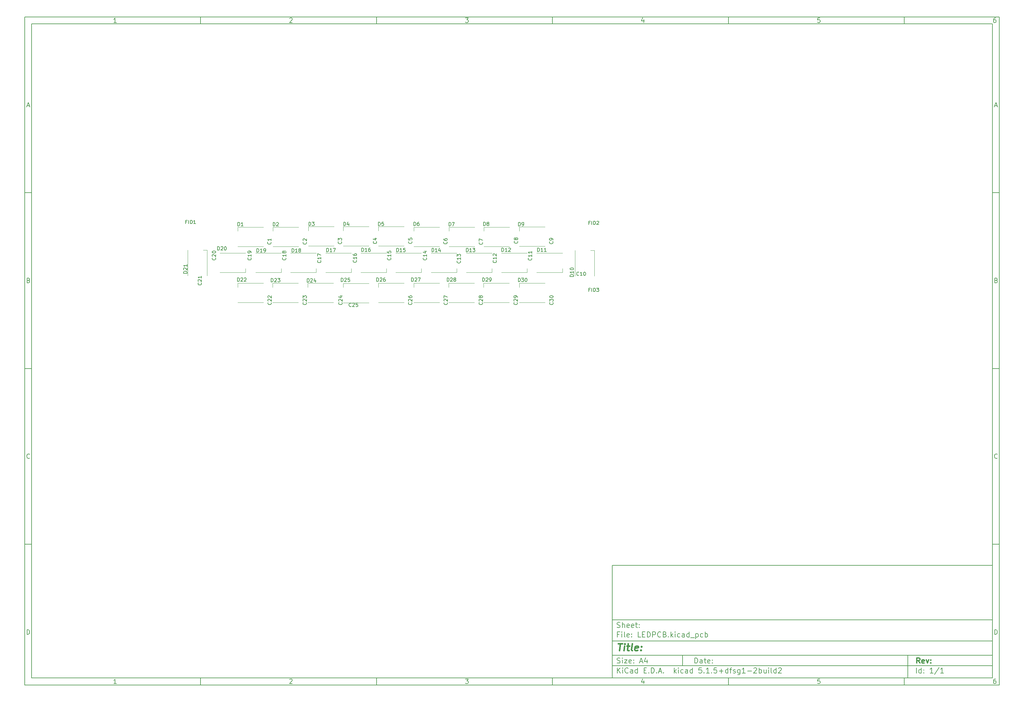
<source format=gbr>
G04 #@! TF.GenerationSoftware,KiCad,Pcbnew,5.1.5+dfsg1-2build2*
G04 #@! TF.CreationDate,2020-12-16T22:25:05+01:00*
G04 #@! TF.ProjectId,LEDPCB,4c454450-4342-42e6-9b69-6361645f7063,rev?*
G04 #@! TF.SameCoordinates,Original*
G04 #@! TF.FileFunction,Legend,Top*
G04 #@! TF.FilePolarity,Positive*
%FSLAX46Y46*%
G04 Gerber Fmt 4.6, Leading zero omitted, Abs format (unit mm)*
G04 Created by KiCad (PCBNEW 5.1.5+dfsg1-2build2) date 2020-12-16 22:25:05*
%MOMM*%
%LPD*%
G04 APERTURE LIST*
%ADD10C,0.100000*%
%ADD11C,0.150000*%
%ADD12C,0.300000*%
%ADD13C,0.400000*%
%ADD14C,0.120000*%
G04 APERTURE END LIST*
D10*
D11*
X177002200Y-166007200D02*
X177002200Y-198007200D01*
X285002200Y-198007200D01*
X285002200Y-166007200D01*
X177002200Y-166007200D01*
D10*
D11*
X10000000Y-10000000D02*
X10000000Y-200007200D01*
X287002200Y-200007200D01*
X287002200Y-10000000D01*
X10000000Y-10000000D01*
D10*
D11*
X12000000Y-12000000D02*
X12000000Y-198007200D01*
X285002200Y-198007200D01*
X285002200Y-12000000D01*
X12000000Y-12000000D01*
D10*
D11*
X60000000Y-12000000D02*
X60000000Y-10000000D01*
D10*
D11*
X110000000Y-12000000D02*
X110000000Y-10000000D01*
D10*
D11*
X160000000Y-12000000D02*
X160000000Y-10000000D01*
D10*
D11*
X210000000Y-12000000D02*
X210000000Y-10000000D01*
D10*
D11*
X260000000Y-12000000D02*
X260000000Y-10000000D01*
D10*
D11*
X36065476Y-11588095D02*
X35322619Y-11588095D01*
X35694047Y-11588095D02*
X35694047Y-10288095D01*
X35570238Y-10473809D01*
X35446428Y-10597619D01*
X35322619Y-10659523D01*
D10*
D11*
X85322619Y-10411904D02*
X85384523Y-10350000D01*
X85508333Y-10288095D01*
X85817857Y-10288095D01*
X85941666Y-10350000D01*
X86003571Y-10411904D01*
X86065476Y-10535714D01*
X86065476Y-10659523D01*
X86003571Y-10845238D01*
X85260714Y-11588095D01*
X86065476Y-11588095D01*
D10*
D11*
X135260714Y-10288095D02*
X136065476Y-10288095D01*
X135632142Y-10783333D01*
X135817857Y-10783333D01*
X135941666Y-10845238D01*
X136003571Y-10907142D01*
X136065476Y-11030952D01*
X136065476Y-11340476D01*
X136003571Y-11464285D01*
X135941666Y-11526190D01*
X135817857Y-11588095D01*
X135446428Y-11588095D01*
X135322619Y-11526190D01*
X135260714Y-11464285D01*
D10*
D11*
X185941666Y-10721428D02*
X185941666Y-11588095D01*
X185632142Y-10226190D02*
X185322619Y-11154761D01*
X186127380Y-11154761D01*
D10*
D11*
X236003571Y-10288095D02*
X235384523Y-10288095D01*
X235322619Y-10907142D01*
X235384523Y-10845238D01*
X235508333Y-10783333D01*
X235817857Y-10783333D01*
X235941666Y-10845238D01*
X236003571Y-10907142D01*
X236065476Y-11030952D01*
X236065476Y-11340476D01*
X236003571Y-11464285D01*
X235941666Y-11526190D01*
X235817857Y-11588095D01*
X235508333Y-11588095D01*
X235384523Y-11526190D01*
X235322619Y-11464285D01*
D10*
D11*
X285941666Y-10288095D02*
X285694047Y-10288095D01*
X285570238Y-10350000D01*
X285508333Y-10411904D01*
X285384523Y-10597619D01*
X285322619Y-10845238D01*
X285322619Y-11340476D01*
X285384523Y-11464285D01*
X285446428Y-11526190D01*
X285570238Y-11588095D01*
X285817857Y-11588095D01*
X285941666Y-11526190D01*
X286003571Y-11464285D01*
X286065476Y-11340476D01*
X286065476Y-11030952D01*
X286003571Y-10907142D01*
X285941666Y-10845238D01*
X285817857Y-10783333D01*
X285570238Y-10783333D01*
X285446428Y-10845238D01*
X285384523Y-10907142D01*
X285322619Y-11030952D01*
D10*
D11*
X60000000Y-198007200D02*
X60000000Y-200007200D01*
D10*
D11*
X110000000Y-198007200D02*
X110000000Y-200007200D01*
D10*
D11*
X160000000Y-198007200D02*
X160000000Y-200007200D01*
D10*
D11*
X210000000Y-198007200D02*
X210000000Y-200007200D01*
D10*
D11*
X260000000Y-198007200D02*
X260000000Y-200007200D01*
D10*
D11*
X36065476Y-199595295D02*
X35322619Y-199595295D01*
X35694047Y-199595295D02*
X35694047Y-198295295D01*
X35570238Y-198481009D01*
X35446428Y-198604819D01*
X35322619Y-198666723D01*
D10*
D11*
X85322619Y-198419104D02*
X85384523Y-198357200D01*
X85508333Y-198295295D01*
X85817857Y-198295295D01*
X85941666Y-198357200D01*
X86003571Y-198419104D01*
X86065476Y-198542914D01*
X86065476Y-198666723D01*
X86003571Y-198852438D01*
X85260714Y-199595295D01*
X86065476Y-199595295D01*
D10*
D11*
X135260714Y-198295295D02*
X136065476Y-198295295D01*
X135632142Y-198790533D01*
X135817857Y-198790533D01*
X135941666Y-198852438D01*
X136003571Y-198914342D01*
X136065476Y-199038152D01*
X136065476Y-199347676D01*
X136003571Y-199471485D01*
X135941666Y-199533390D01*
X135817857Y-199595295D01*
X135446428Y-199595295D01*
X135322619Y-199533390D01*
X135260714Y-199471485D01*
D10*
D11*
X185941666Y-198728628D02*
X185941666Y-199595295D01*
X185632142Y-198233390D02*
X185322619Y-199161961D01*
X186127380Y-199161961D01*
D10*
D11*
X236003571Y-198295295D02*
X235384523Y-198295295D01*
X235322619Y-198914342D01*
X235384523Y-198852438D01*
X235508333Y-198790533D01*
X235817857Y-198790533D01*
X235941666Y-198852438D01*
X236003571Y-198914342D01*
X236065476Y-199038152D01*
X236065476Y-199347676D01*
X236003571Y-199471485D01*
X235941666Y-199533390D01*
X235817857Y-199595295D01*
X235508333Y-199595295D01*
X235384523Y-199533390D01*
X235322619Y-199471485D01*
D10*
D11*
X285941666Y-198295295D02*
X285694047Y-198295295D01*
X285570238Y-198357200D01*
X285508333Y-198419104D01*
X285384523Y-198604819D01*
X285322619Y-198852438D01*
X285322619Y-199347676D01*
X285384523Y-199471485D01*
X285446428Y-199533390D01*
X285570238Y-199595295D01*
X285817857Y-199595295D01*
X285941666Y-199533390D01*
X286003571Y-199471485D01*
X286065476Y-199347676D01*
X286065476Y-199038152D01*
X286003571Y-198914342D01*
X285941666Y-198852438D01*
X285817857Y-198790533D01*
X285570238Y-198790533D01*
X285446428Y-198852438D01*
X285384523Y-198914342D01*
X285322619Y-199038152D01*
D10*
D11*
X10000000Y-60000000D02*
X12000000Y-60000000D01*
D10*
D11*
X10000000Y-110000000D02*
X12000000Y-110000000D01*
D10*
D11*
X10000000Y-160000000D02*
X12000000Y-160000000D01*
D10*
D11*
X10690476Y-35216666D02*
X11309523Y-35216666D01*
X10566666Y-35588095D02*
X11000000Y-34288095D01*
X11433333Y-35588095D01*
D10*
D11*
X11092857Y-84907142D02*
X11278571Y-84969047D01*
X11340476Y-85030952D01*
X11402380Y-85154761D01*
X11402380Y-85340476D01*
X11340476Y-85464285D01*
X11278571Y-85526190D01*
X11154761Y-85588095D01*
X10659523Y-85588095D01*
X10659523Y-84288095D01*
X11092857Y-84288095D01*
X11216666Y-84350000D01*
X11278571Y-84411904D01*
X11340476Y-84535714D01*
X11340476Y-84659523D01*
X11278571Y-84783333D01*
X11216666Y-84845238D01*
X11092857Y-84907142D01*
X10659523Y-84907142D01*
D10*
D11*
X11402380Y-135464285D02*
X11340476Y-135526190D01*
X11154761Y-135588095D01*
X11030952Y-135588095D01*
X10845238Y-135526190D01*
X10721428Y-135402380D01*
X10659523Y-135278571D01*
X10597619Y-135030952D01*
X10597619Y-134845238D01*
X10659523Y-134597619D01*
X10721428Y-134473809D01*
X10845238Y-134350000D01*
X11030952Y-134288095D01*
X11154761Y-134288095D01*
X11340476Y-134350000D01*
X11402380Y-134411904D01*
D10*
D11*
X10659523Y-185588095D02*
X10659523Y-184288095D01*
X10969047Y-184288095D01*
X11154761Y-184350000D01*
X11278571Y-184473809D01*
X11340476Y-184597619D01*
X11402380Y-184845238D01*
X11402380Y-185030952D01*
X11340476Y-185278571D01*
X11278571Y-185402380D01*
X11154761Y-185526190D01*
X10969047Y-185588095D01*
X10659523Y-185588095D01*
D10*
D11*
X287002200Y-60000000D02*
X285002200Y-60000000D01*
D10*
D11*
X287002200Y-110000000D02*
X285002200Y-110000000D01*
D10*
D11*
X287002200Y-160000000D02*
X285002200Y-160000000D01*
D10*
D11*
X285692676Y-35216666D02*
X286311723Y-35216666D01*
X285568866Y-35588095D02*
X286002200Y-34288095D01*
X286435533Y-35588095D01*
D10*
D11*
X286095057Y-84907142D02*
X286280771Y-84969047D01*
X286342676Y-85030952D01*
X286404580Y-85154761D01*
X286404580Y-85340476D01*
X286342676Y-85464285D01*
X286280771Y-85526190D01*
X286156961Y-85588095D01*
X285661723Y-85588095D01*
X285661723Y-84288095D01*
X286095057Y-84288095D01*
X286218866Y-84350000D01*
X286280771Y-84411904D01*
X286342676Y-84535714D01*
X286342676Y-84659523D01*
X286280771Y-84783333D01*
X286218866Y-84845238D01*
X286095057Y-84907142D01*
X285661723Y-84907142D01*
D10*
D11*
X286404580Y-135464285D02*
X286342676Y-135526190D01*
X286156961Y-135588095D01*
X286033152Y-135588095D01*
X285847438Y-135526190D01*
X285723628Y-135402380D01*
X285661723Y-135278571D01*
X285599819Y-135030952D01*
X285599819Y-134845238D01*
X285661723Y-134597619D01*
X285723628Y-134473809D01*
X285847438Y-134350000D01*
X286033152Y-134288095D01*
X286156961Y-134288095D01*
X286342676Y-134350000D01*
X286404580Y-134411904D01*
D10*
D11*
X285661723Y-185588095D02*
X285661723Y-184288095D01*
X285971247Y-184288095D01*
X286156961Y-184350000D01*
X286280771Y-184473809D01*
X286342676Y-184597619D01*
X286404580Y-184845238D01*
X286404580Y-185030952D01*
X286342676Y-185278571D01*
X286280771Y-185402380D01*
X286156961Y-185526190D01*
X285971247Y-185588095D01*
X285661723Y-185588095D01*
D10*
D11*
X200434342Y-193785771D02*
X200434342Y-192285771D01*
X200791485Y-192285771D01*
X201005771Y-192357200D01*
X201148628Y-192500057D01*
X201220057Y-192642914D01*
X201291485Y-192928628D01*
X201291485Y-193142914D01*
X201220057Y-193428628D01*
X201148628Y-193571485D01*
X201005771Y-193714342D01*
X200791485Y-193785771D01*
X200434342Y-193785771D01*
X202577200Y-193785771D02*
X202577200Y-193000057D01*
X202505771Y-192857200D01*
X202362914Y-192785771D01*
X202077200Y-192785771D01*
X201934342Y-192857200D01*
X202577200Y-193714342D02*
X202434342Y-193785771D01*
X202077200Y-193785771D01*
X201934342Y-193714342D01*
X201862914Y-193571485D01*
X201862914Y-193428628D01*
X201934342Y-193285771D01*
X202077200Y-193214342D01*
X202434342Y-193214342D01*
X202577200Y-193142914D01*
X203077200Y-192785771D02*
X203648628Y-192785771D01*
X203291485Y-192285771D02*
X203291485Y-193571485D01*
X203362914Y-193714342D01*
X203505771Y-193785771D01*
X203648628Y-193785771D01*
X204720057Y-193714342D02*
X204577200Y-193785771D01*
X204291485Y-193785771D01*
X204148628Y-193714342D01*
X204077200Y-193571485D01*
X204077200Y-193000057D01*
X204148628Y-192857200D01*
X204291485Y-192785771D01*
X204577200Y-192785771D01*
X204720057Y-192857200D01*
X204791485Y-193000057D01*
X204791485Y-193142914D01*
X204077200Y-193285771D01*
X205434342Y-193642914D02*
X205505771Y-193714342D01*
X205434342Y-193785771D01*
X205362914Y-193714342D01*
X205434342Y-193642914D01*
X205434342Y-193785771D01*
X205434342Y-192857200D02*
X205505771Y-192928628D01*
X205434342Y-193000057D01*
X205362914Y-192928628D01*
X205434342Y-192857200D01*
X205434342Y-193000057D01*
D10*
D11*
X177002200Y-194507200D02*
X285002200Y-194507200D01*
D10*
D11*
X178434342Y-196585771D02*
X178434342Y-195085771D01*
X179291485Y-196585771D02*
X178648628Y-195728628D01*
X179291485Y-195085771D02*
X178434342Y-195942914D01*
X179934342Y-196585771D02*
X179934342Y-195585771D01*
X179934342Y-195085771D02*
X179862914Y-195157200D01*
X179934342Y-195228628D01*
X180005771Y-195157200D01*
X179934342Y-195085771D01*
X179934342Y-195228628D01*
X181505771Y-196442914D02*
X181434342Y-196514342D01*
X181220057Y-196585771D01*
X181077200Y-196585771D01*
X180862914Y-196514342D01*
X180720057Y-196371485D01*
X180648628Y-196228628D01*
X180577200Y-195942914D01*
X180577200Y-195728628D01*
X180648628Y-195442914D01*
X180720057Y-195300057D01*
X180862914Y-195157200D01*
X181077200Y-195085771D01*
X181220057Y-195085771D01*
X181434342Y-195157200D01*
X181505771Y-195228628D01*
X182791485Y-196585771D02*
X182791485Y-195800057D01*
X182720057Y-195657200D01*
X182577200Y-195585771D01*
X182291485Y-195585771D01*
X182148628Y-195657200D01*
X182791485Y-196514342D02*
X182648628Y-196585771D01*
X182291485Y-196585771D01*
X182148628Y-196514342D01*
X182077200Y-196371485D01*
X182077200Y-196228628D01*
X182148628Y-196085771D01*
X182291485Y-196014342D01*
X182648628Y-196014342D01*
X182791485Y-195942914D01*
X184148628Y-196585771D02*
X184148628Y-195085771D01*
X184148628Y-196514342D02*
X184005771Y-196585771D01*
X183720057Y-196585771D01*
X183577200Y-196514342D01*
X183505771Y-196442914D01*
X183434342Y-196300057D01*
X183434342Y-195871485D01*
X183505771Y-195728628D01*
X183577200Y-195657200D01*
X183720057Y-195585771D01*
X184005771Y-195585771D01*
X184148628Y-195657200D01*
X186005771Y-195800057D02*
X186505771Y-195800057D01*
X186720057Y-196585771D02*
X186005771Y-196585771D01*
X186005771Y-195085771D01*
X186720057Y-195085771D01*
X187362914Y-196442914D02*
X187434342Y-196514342D01*
X187362914Y-196585771D01*
X187291485Y-196514342D01*
X187362914Y-196442914D01*
X187362914Y-196585771D01*
X188077200Y-196585771D02*
X188077200Y-195085771D01*
X188434342Y-195085771D01*
X188648628Y-195157200D01*
X188791485Y-195300057D01*
X188862914Y-195442914D01*
X188934342Y-195728628D01*
X188934342Y-195942914D01*
X188862914Y-196228628D01*
X188791485Y-196371485D01*
X188648628Y-196514342D01*
X188434342Y-196585771D01*
X188077200Y-196585771D01*
X189577200Y-196442914D02*
X189648628Y-196514342D01*
X189577200Y-196585771D01*
X189505771Y-196514342D01*
X189577200Y-196442914D01*
X189577200Y-196585771D01*
X190220057Y-196157200D02*
X190934342Y-196157200D01*
X190077200Y-196585771D02*
X190577200Y-195085771D01*
X191077200Y-196585771D01*
X191577200Y-196442914D02*
X191648628Y-196514342D01*
X191577200Y-196585771D01*
X191505771Y-196514342D01*
X191577200Y-196442914D01*
X191577200Y-196585771D01*
X194577200Y-196585771D02*
X194577200Y-195085771D01*
X194720057Y-196014342D02*
X195148628Y-196585771D01*
X195148628Y-195585771D02*
X194577200Y-196157200D01*
X195791485Y-196585771D02*
X195791485Y-195585771D01*
X195791485Y-195085771D02*
X195720057Y-195157200D01*
X195791485Y-195228628D01*
X195862914Y-195157200D01*
X195791485Y-195085771D01*
X195791485Y-195228628D01*
X197148628Y-196514342D02*
X197005771Y-196585771D01*
X196720057Y-196585771D01*
X196577200Y-196514342D01*
X196505771Y-196442914D01*
X196434342Y-196300057D01*
X196434342Y-195871485D01*
X196505771Y-195728628D01*
X196577200Y-195657200D01*
X196720057Y-195585771D01*
X197005771Y-195585771D01*
X197148628Y-195657200D01*
X198434342Y-196585771D02*
X198434342Y-195800057D01*
X198362914Y-195657200D01*
X198220057Y-195585771D01*
X197934342Y-195585771D01*
X197791485Y-195657200D01*
X198434342Y-196514342D02*
X198291485Y-196585771D01*
X197934342Y-196585771D01*
X197791485Y-196514342D01*
X197720057Y-196371485D01*
X197720057Y-196228628D01*
X197791485Y-196085771D01*
X197934342Y-196014342D01*
X198291485Y-196014342D01*
X198434342Y-195942914D01*
X199791485Y-196585771D02*
X199791485Y-195085771D01*
X199791485Y-196514342D02*
X199648628Y-196585771D01*
X199362914Y-196585771D01*
X199220057Y-196514342D01*
X199148628Y-196442914D01*
X199077200Y-196300057D01*
X199077200Y-195871485D01*
X199148628Y-195728628D01*
X199220057Y-195657200D01*
X199362914Y-195585771D01*
X199648628Y-195585771D01*
X199791485Y-195657200D01*
X202362914Y-195085771D02*
X201648628Y-195085771D01*
X201577200Y-195800057D01*
X201648628Y-195728628D01*
X201791485Y-195657200D01*
X202148628Y-195657200D01*
X202291485Y-195728628D01*
X202362914Y-195800057D01*
X202434342Y-195942914D01*
X202434342Y-196300057D01*
X202362914Y-196442914D01*
X202291485Y-196514342D01*
X202148628Y-196585771D01*
X201791485Y-196585771D01*
X201648628Y-196514342D01*
X201577200Y-196442914D01*
X203077200Y-196442914D02*
X203148628Y-196514342D01*
X203077200Y-196585771D01*
X203005771Y-196514342D01*
X203077200Y-196442914D01*
X203077200Y-196585771D01*
X204577200Y-196585771D02*
X203720057Y-196585771D01*
X204148628Y-196585771D02*
X204148628Y-195085771D01*
X204005771Y-195300057D01*
X203862914Y-195442914D01*
X203720057Y-195514342D01*
X205220057Y-196442914D02*
X205291485Y-196514342D01*
X205220057Y-196585771D01*
X205148628Y-196514342D01*
X205220057Y-196442914D01*
X205220057Y-196585771D01*
X206648628Y-195085771D02*
X205934342Y-195085771D01*
X205862914Y-195800057D01*
X205934342Y-195728628D01*
X206077200Y-195657200D01*
X206434342Y-195657200D01*
X206577200Y-195728628D01*
X206648628Y-195800057D01*
X206720057Y-195942914D01*
X206720057Y-196300057D01*
X206648628Y-196442914D01*
X206577200Y-196514342D01*
X206434342Y-196585771D01*
X206077200Y-196585771D01*
X205934342Y-196514342D01*
X205862914Y-196442914D01*
X207362914Y-196014342D02*
X208505771Y-196014342D01*
X207934342Y-196585771D02*
X207934342Y-195442914D01*
X209862914Y-196585771D02*
X209862914Y-195085771D01*
X209862914Y-196514342D02*
X209720057Y-196585771D01*
X209434342Y-196585771D01*
X209291485Y-196514342D01*
X209220057Y-196442914D01*
X209148628Y-196300057D01*
X209148628Y-195871485D01*
X209220057Y-195728628D01*
X209291485Y-195657200D01*
X209434342Y-195585771D01*
X209720057Y-195585771D01*
X209862914Y-195657200D01*
X210362914Y-195585771D02*
X210934342Y-195585771D01*
X210577200Y-196585771D02*
X210577200Y-195300057D01*
X210648628Y-195157200D01*
X210791485Y-195085771D01*
X210934342Y-195085771D01*
X211362914Y-196514342D02*
X211505771Y-196585771D01*
X211791485Y-196585771D01*
X211934342Y-196514342D01*
X212005771Y-196371485D01*
X212005771Y-196300057D01*
X211934342Y-196157200D01*
X211791485Y-196085771D01*
X211577200Y-196085771D01*
X211434342Y-196014342D01*
X211362914Y-195871485D01*
X211362914Y-195800057D01*
X211434342Y-195657200D01*
X211577200Y-195585771D01*
X211791485Y-195585771D01*
X211934342Y-195657200D01*
X213291485Y-195585771D02*
X213291485Y-196800057D01*
X213220057Y-196942914D01*
X213148628Y-197014342D01*
X213005771Y-197085771D01*
X212791485Y-197085771D01*
X212648628Y-197014342D01*
X213291485Y-196514342D02*
X213148628Y-196585771D01*
X212862914Y-196585771D01*
X212720057Y-196514342D01*
X212648628Y-196442914D01*
X212577200Y-196300057D01*
X212577200Y-195871485D01*
X212648628Y-195728628D01*
X212720057Y-195657200D01*
X212862914Y-195585771D01*
X213148628Y-195585771D01*
X213291485Y-195657200D01*
X214791485Y-196585771D02*
X213934342Y-196585771D01*
X214362914Y-196585771D02*
X214362914Y-195085771D01*
X214220057Y-195300057D01*
X214077200Y-195442914D01*
X213934342Y-195514342D01*
X215434342Y-196014342D02*
X216577200Y-196014342D01*
X217220057Y-195228628D02*
X217291485Y-195157200D01*
X217434342Y-195085771D01*
X217791485Y-195085771D01*
X217934342Y-195157200D01*
X218005771Y-195228628D01*
X218077200Y-195371485D01*
X218077200Y-195514342D01*
X218005771Y-195728628D01*
X217148628Y-196585771D01*
X218077200Y-196585771D01*
X218720057Y-196585771D02*
X218720057Y-195085771D01*
X218720057Y-195657200D02*
X218862914Y-195585771D01*
X219148628Y-195585771D01*
X219291485Y-195657200D01*
X219362914Y-195728628D01*
X219434342Y-195871485D01*
X219434342Y-196300057D01*
X219362914Y-196442914D01*
X219291485Y-196514342D01*
X219148628Y-196585771D01*
X218862914Y-196585771D01*
X218720057Y-196514342D01*
X220720057Y-195585771D02*
X220720057Y-196585771D01*
X220077200Y-195585771D02*
X220077200Y-196371485D01*
X220148628Y-196514342D01*
X220291485Y-196585771D01*
X220505771Y-196585771D01*
X220648628Y-196514342D01*
X220720057Y-196442914D01*
X221434342Y-196585771D02*
X221434342Y-195585771D01*
X221434342Y-195085771D02*
X221362914Y-195157200D01*
X221434342Y-195228628D01*
X221505771Y-195157200D01*
X221434342Y-195085771D01*
X221434342Y-195228628D01*
X222362914Y-196585771D02*
X222220057Y-196514342D01*
X222148628Y-196371485D01*
X222148628Y-195085771D01*
X223577200Y-196585771D02*
X223577200Y-195085771D01*
X223577200Y-196514342D02*
X223434342Y-196585771D01*
X223148628Y-196585771D01*
X223005771Y-196514342D01*
X222934342Y-196442914D01*
X222862914Y-196300057D01*
X222862914Y-195871485D01*
X222934342Y-195728628D01*
X223005771Y-195657200D01*
X223148628Y-195585771D01*
X223434342Y-195585771D01*
X223577200Y-195657200D01*
X224220057Y-195228628D02*
X224291485Y-195157200D01*
X224434342Y-195085771D01*
X224791485Y-195085771D01*
X224934342Y-195157200D01*
X225005771Y-195228628D01*
X225077200Y-195371485D01*
X225077200Y-195514342D01*
X225005771Y-195728628D01*
X224148628Y-196585771D01*
X225077200Y-196585771D01*
D10*
D11*
X177002200Y-191507200D02*
X285002200Y-191507200D01*
D10*
D12*
X264411485Y-193785771D02*
X263911485Y-193071485D01*
X263554342Y-193785771D02*
X263554342Y-192285771D01*
X264125771Y-192285771D01*
X264268628Y-192357200D01*
X264340057Y-192428628D01*
X264411485Y-192571485D01*
X264411485Y-192785771D01*
X264340057Y-192928628D01*
X264268628Y-193000057D01*
X264125771Y-193071485D01*
X263554342Y-193071485D01*
X265625771Y-193714342D02*
X265482914Y-193785771D01*
X265197200Y-193785771D01*
X265054342Y-193714342D01*
X264982914Y-193571485D01*
X264982914Y-193000057D01*
X265054342Y-192857200D01*
X265197200Y-192785771D01*
X265482914Y-192785771D01*
X265625771Y-192857200D01*
X265697200Y-193000057D01*
X265697200Y-193142914D01*
X264982914Y-193285771D01*
X266197200Y-192785771D02*
X266554342Y-193785771D01*
X266911485Y-192785771D01*
X267482914Y-193642914D02*
X267554342Y-193714342D01*
X267482914Y-193785771D01*
X267411485Y-193714342D01*
X267482914Y-193642914D01*
X267482914Y-193785771D01*
X267482914Y-192857200D02*
X267554342Y-192928628D01*
X267482914Y-193000057D01*
X267411485Y-192928628D01*
X267482914Y-192857200D01*
X267482914Y-193000057D01*
D10*
D11*
X178362914Y-193714342D02*
X178577200Y-193785771D01*
X178934342Y-193785771D01*
X179077200Y-193714342D01*
X179148628Y-193642914D01*
X179220057Y-193500057D01*
X179220057Y-193357200D01*
X179148628Y-193214342D01*
X179077200Y-193142914D01*
X178934342Y-193071485D01*
X178648628Y-193000057D01*
X178505771Y-192928628D01*
X178434342Y-192857200D01*
X178362914Y-192714342D01*
X178362914Y-192571485D01*
X178434342Y-192428628D01*
X178505771Y-192357200D01*
X178648628Y-192285771D01*
X179005771Y-192285771D01*
X179220057Y-192357200D01*
X179862914Y-193785771D02*
X179862914Y-192785771D01*
X179862914Y-192285771D02*
X179791485Y-192357200D01*
X179862914Y-192428628D01*
X179934342Y-192357200D01*
X179862914Y-192285771D01*
X179862914Y-192428628D01*
X180434342Y-192785771D02*
X181220057Y-192785771D01*
X180434342Y-193785771D01*
X181220057Y-193785771D01*
X182362914Y-193714342D02*
X182220057Y-193785771D01*
X181934342Y-193785771D01*
X181791485Y-193714342D01*
X181720057Y-193571485D01*
X181720057Y-193000057D01*
X181791485Y-192857200D01*
X181934342Y-192785771D01*
X182220057Y-192785771D01*
X182362914Y-192857200D01*
X182434342Y-193000057D01*
X182434342Y-193142914D01*
X181720057Y-193285771D01*
X183077200Y-193642914D02*
X183148628Y-193714342D01*
X183077200Y-193785771D01*
X183005771Y-193714342D01*
X183077200Y-193642914D01*
X183077200Y-193785771D01*
X183077200Y-192857200D02*
X183148628Y-192928628D01*
X183077200Y-193000057D01*
X183005771Y-192928628D01*
X183077200Y-192857200D01*
X183077200Y-193000057D01*
X184862914Y-193357200D02*
X185577200Y-193357200D01*
X184720057Y-193785771D02*
X185220057Y-192285771D01*
X185720057Y-193785771D01*
X186862914Y-192785771D02*
X186862914Y-193785771D01*
X186505771Y-192214342D02*
X186148628Y-193285771D01*
X187077200Y-193285771D01*
D10*
D11*
X263434342Y-196585771D02*
X263434342Y-195085771D01*
X264791485Y-196585771D02*
X264791485Y-195085771D01*
X264791485Y-196514342D02*
X264648628Y-196585771D01*
X264362914Y-196585771D01*
X264220057Y-196514342D01*
X264148628Y-196442914D01*
X264077200Y-196300057D01*
X264077200Y-195871485D01*
X264148628Y-195728628D01*
X264220057Y-195657200D01*
X264362914Y-195585771D01*
X264648628Y-195585771D01*
X264791485Y-195657200D01*
X265505771Y-196442914D02*
X265577200Y-196514342D01*
X265505771Y-196585771D01*
X265434342Y-196514342D01*
X265505771Y-196442914D01*
X265505771Y-196585771D01*
X265505771Y-195657200D02*
X265577200Y-195728628D01*
X265505771Y-195800057D01*
X265434342Y-195728628D01*
X265505771Y-195657200D01*
X265505771Y-195800057D01*
X268148628Y-196585771D02*
X267291485Y-196585771D01*
X267720057Y-196585771D02*
X267720057Y-195085771D01*
X267577200Y-195300057D01*
X267434342Y-195442914D01*
X267291485Y-195514342D01*
X269862914Y-195014342D02*
X268577200Y-196942914D01*
X271148628Y-196585771D02*
X270291485Y-196585771D01*
X270720057Y-196585771D02*
X270720057Y-195085771D01*
X270577200Y-195300057D01*
X270434342Y-195442914D01*
X270291485Y-195514342D01*
D10*
D11*
X177002200Y-187507200D02*
X285002200Y-187507200D01*
D10*
D13*
X178714580Y-188211961D02*
X179857438Y-188211961D01*
X179036009Y-190211961D02*
X179286009Y-188211961D01*
X180274104Y-190211961D02*
X180440771Y-188878628D01*
X180524104Y-188211961D02*
X180416961Y-188307200D01*
X180500295Y-188402438D01*
X180607438Y-188307200D01*
X180524104Y-188211961D01*
X180500295Y-188402438D01*
X181107438Y-188878628D02*
X181869342Y-188878628D01*
X181476485Y-188211961D02*
X181262200Y-189926247D01*
X181333628Y-190116723D01*
X181512200Y-190211961D01*
X181702676Y-190211961D01*
X182655057Y-190211961D02*
X182476485Y-190116723D01*
X182405057Y-189926247D01*
X182619342Y-188211961D01*
X184190771Y-190116723D02*
X183988390Y-190211961D01*
X183607438Y-190211961D01*
X183428866Y-190116723D01*
X183357438Y-189926247D01*
X183452676Y-189164342D01*
X183571723Y-188973866D01*
X183774104Y-188878628D01*
X184155057Y-188878628D01*
X184333628Y-188973866D01*
X184405057Y-189164342D01*
X184381247Y-189354819D01*
X183405057Y-189545295D01*
X185155057Y-190021485D02*
X185238390Y-190116723D01*
X185131247Y-190211961D01*
X185047914Y-190116723D01*
X185155057Y-190021485D01*
X185131247Y-190211961D01*
X185286009Y-188973866D02*
X185369342Y-189069104D01*
X185262200Y-189164342D01*
X185178866Y-189069104D01*
X185286009Y-188973866D01*
X185262200Y-189164342D01*
D10*
D11*
X178934342Y-185600057D02*
X178434342Y-185600057D01*
X178434342Y-186385771D02*
X178434342Y-184885771D01*
X179148628Y-184885771D01*
X179720057Y-186385771D02*
X179720057Y-185385771D01*
X179720057Y-184885771D02*
X179648628Y-184957200D01*
X179720057Y-185028628D01*
X179791485Y-184957200D01*
X179720057Y-184885771D01*
X179720057Y-185028628D01*
X180648628Y-186385771D02*
X180505771Y-186314342D01*
X180434342Y-186171485D01*
X180434342Y-184885771D01*
X181791485Y-186314342D02*
X181648628Y-186385771D01*
X181362914Y-186385771D01*
X181220057Y-186314342D01*
X181148628Y-186171485D01*
X181148628Y-185600057D01*
X181220057Y-185457200D01*
X181362914Y-185385771D01*
X181648628Y-185385771D01*
X181791485Y-185457200D01*
X181862914Y-185600057D01*
X181862914Y-185742914D01*
X181148628Y-185885771D01*
X182505771Y-186242914D02*
X182577200Y-186314342D01*
X182505771Y-186385771D01*
X182434342Y-186314342D01*
X182505771Y-186242914D01*
X182505771Y-186385771D01*
X182505771Y-185457200D02*
X182577200Y-185528628D01*
X182505771Y-185600057D01*
X182434342Y-185528628D01*
X182505771Y-185457200D01*
X182505771Y-185600057D01*
X185077200Y-186385771D02*
X184362914Y-186385771D01*
X184362914Y-184885771D01*
X185577200Y-185600057D02*
X186077200Y-185600057D01*
X186291485Y-186385771D02*
X185577200Y-186385771D01*
X185577200Y-184885771D01*
X186291485Y-184885771D01*
X186934342Y-186385771D02*
X186934342Y-184885771D01*
X187291485Y-184885771D01*
X187505771Y-184957200D01*
X187648628Y-185100057D01*
X187720057Y-185242914D01*
X187791485Y-185528628D01*
X187791485Y-185742914D01*
X187720057Y-186028628D01*
X187648628Y-186171485D01*
X187505771Y-186314342D01*
X187291485Y-186385771D01*
X186934342Y-186385771D01*
X188434342Y-186385771D02*
X188434342Y-184885771D01*
X189005771Y-184885771D01*
X189148628Y-184957200D01*
X189220057Y-185028628D01*
X189291485Y-185171485D01*
X189291485Y-185385771D01*
X189220057Y-185528628D01*
X189148628Y-185600057D01*
X189005771Y-185671485D01*
X188434342Y-185671485D01*
X190791485Y-186242914D02*
X190720057Y-186314342D01*
X190505771Y-186385771D01*
X190362914Y-186385771D01*
X190148628Y-186314342D01*
X190005771Y-186171485D01*
X189934342Y-186028628D01*
X189862914Y-185742914D01*
X189862914Y-185528628D01*
X189934342Y-185242914D01*
X190005771Y-185100057D01*
X190148628Y-184957200D01*
X190362914Y-184885771D01*
X190505771Y-184885771D01*
X190720057Y-184957200D01*
X190791485Y-185028628D01*
X191934342Y-185600057D02*
X192148628Y-185671485D01*
X192220057Y-185742914D01*
X192291485Y-185885771D01*
X192291485Y-186100057D01*
X192220057Y-186242914D01*
X192148628Y-186314342D01*
X192005771Y-186385771D01*
X191434342Y-186385771D01*
X191434342Y-184885771D01*
X191934342Y-184885771D01*
X192077200Y-184957200D01*
X192148628Y-185028628D01*
X192220057Y-185171485D01*
X192220057Y-185314342D01*
X192148628Y-185457200D01*
X192077200Y-185528628D01*
X191934342Y-185600057D01*
X191434342Y-185600057D01*
X192934342Y-186242914D02*
X193005771Y-186314342D01*
X192934342Y-186385771D01*
X192862914Y-186314342D01*
X192934342Y-186242914D01*
X192934342Y-186385771D01*
X193648628Y-186385771D02*
X193648628Y-184885771D01*
X193791485Y-185814342D02*
X194220057Y-186385771D01*
X194220057Y-185385771D02*
X193648628Y-185957200D01*
X194862914Y-186385771D02*
X194862914Y-185385771D01*
X194862914Y-184885771D02*
X194791485Y-184957200D01*
X194862914Y-185028628D01*
X194934342Y-184957200D01*
X194862914Y-184885771D01*
X194862914Y-185028628D01*
X196220057Y-186314342D02*
X196077200Y-186385771D01*
X195791485Y-186385771D01*
X195648628Y-186314342D01*
X195577200Y-186242914D01*
X195505771Y-186100057D01*
X195505771Y-185671485D01*
X195577200Y-185528628D01*
X195648628Y-185457200D01*
X195791485Y-185385771D01*
X196077200Y-185385771D01*
X196220057Y-185457200D01*
X197505771Y-186385771D02*
X197505771Y-185600057D01*
X197434342Y-185457200D01*
X197291485Y-185385771D01*
X197005771Y-185385771D01*
X196862914Y-185457200D01*
X197505771Y-186314342D02*
X197362914Y-186385771D01*
X197005771Y-186385771D01*
X196862914Y-186314342D01*
X196791485Y-186171485D01*
X196791485Y-186028628D01*
X196862914Y-185885771D01*
X197005771Y-185814342D01*
X197362914Y-185814342D01*
X197505771Y-185742914D01*
X198862914Y-186385771D02*
X198862914Y-184885771D01*
X198862914Y-186314342D02*
X198720057Y-186385771D01*
X198434342Y-186385771D01*
X198291485Y-186314342D01*
X198220057Y-186242914D01*
X198148628Y-186100057D01*
X198148628Y-185671485D01*
X198220057Y-185528628D01*
X198291485Y-185457200D01*
X198434342Y-185385771D01*
X198720057Y-185385771D01*
X198862914Y-185457200D01*
X199220057Y-186528628D02*
X200362914Y-186528628D01*
X200720057Y-185385771D02*
X200720057Y-186885771D01*
X200720057Y-185457200D02*
X200862914Y-185385771D01*
X201148628Y-185385771D01*
X201291485Y-185457200D01*
X201362914Y-185528628D01*
X201434342Y-185671485D01*
X201434342Y-186100057D01*
X201362914Y-186242914D01*
X201291485Y-186314342D01*
X201148628Y-186385771D01*
X200862914Y-186385771D01*
X200720057Y-186314342D01*
X202720057Y-186314342D02*
X202577200Y-186385771D01*
X202291485Y-186385771D01*
X202148628Y-186314342D01*
X202077200Y-186242914D01*
X202005771Y-186100057D01*
X202005771Y-185671485D01*
X202077200Y-185528628D01*
X202148628Y-185457200D01*
X202291485Y-185385771D01*
X202577200Y-185385771D01*
X202720057Y-185457200D01*
X203362914Y-186385771D02*
X203362914Y-184885771D01*
X203362914Y-185457200D02*
X203505771Y-185385771D01*
X203791485Y-185385771D01*
X203934342Y-185457200D01*
X204005771Y-185528628D01*
X204077200Y-185671485D01*
X204077200Y-186100057D01*
X204005771Y-186242914D01*
X203934342Y-186314342D01*
X203791485Y-186385771D01*
X203505771Y-186385771D01*
X203362914Y-186314342D01*
D10*
D11*
X177002200Y-181507200D02*
X285002200Y-181507200D01*
D10*
D11*
X178362914Y-183614342D02*
X178577200Y-183685771D01*
X178934342Y-183685771D01*
X179077200Y-183614342D01*
X179148628Y-183542914D01*
X179220057Y-183400057D01*
X179220057Y-183257200D01*
X179148628Y-183114342D01*
X179077200Y-183042914D01*
X178934342Y-182971485D01*
X178648628Y-182900057D01*
X178505771Y-182828628D01*
X178434342Y-182757200D01*
X178362914Y-182614342D01*
X178362914Y-182471485D01*
X178434342Y-182328628D01*
X178505771Y-182257200D01*
X178648628Y-182185771D01*
X179005771Y-182185771D01*
X179220057Y-182257200D01*
X179862914Y-183685771D02*
X179862914Y-182185771D01*
X180505771Y-183685771D02*
X180505771Y-182900057D01*
X180434342Y-182757200D01*
X180291485Y-182685771D01*
X180077200Y-182685771D01*
X179934342Y-182757200D01*
X179862914Y-182828628D01*
X181791485Y-183614342D02*
X181648628Y-183685771D01*
X181362914Y-183685771D01*
X181220057Y-183614342D01*
X181148628Y-183471485D01*
X181148628Y-182900057D01*
X181220057Y-182757200D01*
X181362914Y-182685771D01*
X181648628Y-182685771D01*
X181791485Y-182757200D01*
X181862914Y-182900057D01*
X181862914Y-183042914D01*
X181148628Y-183185771D01*
X183077200Y-183614342D02*
X182934342Y-183685771D01*
X182648628Y-183685771D01*
X182505771Y-183614342D01*
X182434342Y-183471485D01*
X182434342Y-182900057D01*
X182505771Y-182757200D01*
X182648628Y-182685771D01*
X182934342Y-182685771D01*
X183077200Y-182757200D01*
X183148628Y-182900057D01*
X183148628Y-183042914D01*
X182434342Y-183185771D01*
X183577200Y-182685771D02*
X184148628Y-182685771D01*
X183791485Y-182185771D02*
X183791485Y-183471485D01*
X183862914Y-183614342D01*
X184005771Y-183685771D01*
X184148628Y-183685771D01*
X184648628Y-183542914D02*
X184720057Y-183614342D01*
X184648628Y-183685771D01*
X184577200Y-183614342D01*
X184648628Y-183542914D01*
X184648628Y-183685771D01*
X184648628Y-182757200D02*
X184720057Y-182828628D01*
X184648628Y-182900057D01*
X184577200Y-182828628D01*
X184648628Y-182757200D01*
X184648628Y-182900057D01*
D10*
D11*
X197002200Y-191507200D02*
X197002200Y-194507200D01*
D10*
D11*
X261002200Y-191507200D02*
X261002200Y-198007200D01*
D14*
X110523000Y-69640000D02*
X110523000Y-70790000D01*
X117823000Y-69640000D02*
X110523000Y-69640000D01*
X117823000Y-75140000D02*
X110523000Y-75140000D01*
X70518000Y-69767000D02*
X70518000Y-70917000D01*
X77818000Y-69767000D02*
X70518000Y-69767000D01*
X77818000Y-75267000D02*
X70518000Y-75267000D01*
X87851000Y-75267000D02*
X80551000Y-75267000D01*
X87851000Y-69767000D02*
X80551000Y-69767000D01*
X80551000Y-69767000D02*
X80551000Y-70917000D01*
X90584000Y-69640000D02*
X90584000Y-70790000D01*
X97884000Y-69640000D02*
X90584000Y-69640000D01*
X97884000Y-75140000D02*
X90584000Y-75140000D01*
X107790000Y-75140000D02*
X100490000Y-75140000D01*
X107790000Y-69640000D02*
X100490000Y-69640000D01*
X100490000Y-69640000D02*
X100490000Y-70790000D01*
X127856000Y-75267000D02*
X120556000Y-75267000D01*
X127856000Y-69767000D02*
X120556000Y-69767000D01*
X120556000Y-69767000D02*
X120556000Y-70917000D01*
X130589000Y-69767000D02*
X130589000Y-70917000D01*
X137889000Y-69767000D02*
X130589000Y-69767000D01*
X137889000Y-75267000D02*
X130589000Y-75267000D01*
X147795000Y-75267000D02*
X140495000Y-75267000D01*
X147795000Y-69767000D02*
X140495000Y-69767000D01*
X140495000Y-69767000D02*
X140495000Y-70917000D01*
X150528000Y-69703500D02*
X150528000Y-70853500D01*
X157828000Y-69703500D02*
X150528000Y-69703500D01*
X157828000Y-75203500D02*
X150528000Y-75203500D01*
X166414000Y-83660000D02*
X166414000Y-76360000D01*
X171914000Y-83660000D02*
X171914000Y-76360000D01*
X171914000Y-76360000D02*
X170764000Y-76360000D01*
X162818000Y-82696500D02*
X162818000Y-81546500D01*
X155518000Y-82696500D02*
X162818000Y-82696500D01*
X155518000Y-77196500D02*
X162818000Y-77196500D01*
X145511500Y-77196500D02*
X152811500Y-77196500D01*
X145511500Y-82696500D02*
X152811500Y-82696500D01*
X152811500Y-82696500D02*
X152811500Y-81546500D01*
X142778500Y-82696500D02*
X142778500Y-81546500D01*
X135478500Y-82696500D02*
X142778500Y-82696500D01*
X135478500Y-77196500D02*
X142778500Y-77196500D01*
X125509000Y-77196500D02*
X132809000Y-77196500D01*
X125509000Y-82696500D02*
X132809000Y-82696500D01*
X132809000Y-82696500D02*
X132809000Y-81546500D01*
X122712500Y-82696500D02*
X122712500Y-81546500D01*
X115412500Y-82696500D02*
X122712500Y-82696500D01*
X115412500Y-77196500D02*
X122712500Y-77196500D01*
X105506500Y-77196500D02*
X112806500Y-77196500D01*
X105506500Y-82696500D02*
X112806500Y-82696500D01*
X112806500Y-82696500D02*
X112806500Y-81546500D01*
X102837000Y-82696500D02*
X102837000Y-81546500D01*
X95537000Y-82696500D02*
X102837000Y-82696500D01*
X95537000Y-77196500D02*
X102837000Y-77196500D01*
X85504000Y-77196500D02*
X92804000Y-77196500D01*
X85504000Y-82696500D02*
X92804000Y-82696500D01*
X92804000Y-82696500D02*
X92804000Y-81546500D01*
X82898000Y-82696500D02*
X82898000Y-81546500D01*
X75598000Y-82696500D02*
X82898000Y-82696500D01*
X75598000Y-77196500D02*
X82898000Y-77196500D01*
X65501500Y-77196500D02*
X72801500Y-77196500D01*
X65501500Y-82696500D02*
X72801500Y-82696500D01*
X72801500Y-82696500D02*
X72801500Y-81546500D01*
X61868500Y-76296500D02*
X60718500Y-76296500D01*
X61868500Y-83596500D02*
X61868500Y-76296500D01*
X56368500Y-83596500D02*
X56368500Y-76296500D01*
X77818000Y-91205500D02*
X70518000Y-91205500D01*
X77818000Y-85705500D02*
X70518000Y-85705500D01*
X70518000Y-85705500D02*
X70518000Y-86855500D01*
X80487500Y-85705500D02*
X80487500Y-86855500D01*
X87787500Y-85705500D02*
X80487500Y-85705500D01*
X87787500Y-91205500D02*
X80487500Y-91205500D01*
X97757000Y-91205500D02*
X90457000Y-91205500D01*
X97757000Y-85705500D02*
X90457000Y-85705500D01*
X90457000Y-85705500D02*
X90457000Y-86855500D01*
X100490000Y-85769000D02*
X100490000Y-86919000D01*
X107790000Y-85769000D02*
X100490000Y-85769000D01*
X107790000Y-91269000D02*
X100490000Y-91269000D01*
X117823000Y-91205500D02*
X110523000Y-91205500D01*
X117823000Y-85705500D02*
X110523000Y-85705500D01*
X110523000Y-85705500D02*
X110523000Y-86855500D01*
X120556000Y-85705500D02*
X120556000Y-86855500D01*
X127856000Y-85705500D02*
X120556000Y-85705500D01*
X127856000Y-91205500D02*
X120556000Y-91205500D01*
X137762000Y-91205500D02*
X130462000Y-91205500D01*
X137762000Y-85705500D02*
X130462000Y-85705500D01*
X130462000Y-85705500D02*
X130462000Y-86855500D01*
X140431500Y-85705500D02*
X140431500Y-86855500D01*
X147731500Y-85705500D02*
X140431500Y-85705500D01*
X147731500Y-91205500D02*
X140431500Y-91205500D01*
X157828000Y-91205500D02*
X150528000Y-91205500D01*
X157828000Y-85705500D02*
X150528000Y-85705500D01*
X150528000Y-85705500D02*
X150528000Y-86855500D01*
D11*
X110513904Y-69349880D02*
X110513904Y-68349880D01*
X110752000Y-68349880D01*
X110894857Y-68397500D01*
X110990095Y-68492738D01*
X111037714Y-68587976D01*
X111085333Y-68778452D01*
X111085333Y-68921309D01*
X111037714Y-69111785D01*
X110990095Y-69207023D01*
X110894857Y-69302261D01*
X110752000Y-69349880D01*
X110513904Y-69349880D01*
X111990095Y-68349880D02*
X111513904Y-68349880D01*
X111466285Y-68826071D01*
X111513904Y-68778452D01*
X111609142Y-68730833D01*
X111847238Y-68730833D01*
X111942476Y-68778452D01*
X111990095Y-68826071D01*
X112037714Y-68921309D01*
X112037714Y-69159404D01*
X111990095Y-69254642D01*
X111942476Y-69302261D01*
X111847238Y-69349880D01*
X111609142Y-69349880D01*
X111513904Y-69302261D01*
X111466285Y-69254642D01*
X79922642Y-74017166D02*
X79970261Y-74064785D01*
X80017880Y-74207642D01*
X80017880Y-74302880D01*
X79970261Y-74445738D01*
X79875023Y-74540976D01*
X79779785Y-74588595D01*
X79589309Y-74636214D01*
X79446452Y-74636214D01*
X79255976Y-74588595D01*
X79160738Y-74540976D01*
X79065500Y-74445738D01*
X79017880Y-74302880D01*
X79017880Y-74207642D01*
X79065500Y-74064785D01*
X79113119Y-74017166D01*
X80017880Y-73064785D02*
X80017880Y-73636214D01*
X80017880Y-73350500D02*
X79017880Y-73350500D01*
X79160738Y-73445738D01*
X79255976Y-73540976D01*
X79303595Y-73636214D01*
X90019142Y-74017166D02*
X90066761Y-74064785D01*
X90114380Y-74207642D01*
X90114380Y-74302880D01*
X90066761Y-74445738D01*
X89971523Y-74540976D01*
X89876285Y-74588595D01*
X89685809Y-74636214D01*
X89542952Y-74636214D01*
X89352476Y-74588595D01*
X89257238Y-74540976D01*
X89162000Y-74445738D01*
X89114380Y-74302880D01*
X89114380Y-74207642D01*
X89162000Y-74064785D01*
X89209619Y-74017166D01*
X89209619Y-73636214D02*
X89162000Y-73588595D01*
X89114380Y-73493357D01*
X89114380Y-73255261D01*
X89162000Y-73160023D01*
X89209619Y-73112404D01*
X89304857Y-73064785D01*
X89400095Y-73064785D01*
X89542952Y-73112404D01*
X90114380Y-73683833D01*
X90114380Y-73064785D01*
X99988642Y-73890166D02*
X100036261Y-73937785D01*
X100083880Y-74080642D01*
X100083880Y-74175880D01*
X100036261Y-74318738D01*
X99941023Y-74413976D01*
X99845785Y-74461595D01*
X99655309Y-74509214D01*
X99512452Y-74509214D01*
X99321976Y-74461595D01*
X99226738Y-74413976D01*
X99131500Y-74318738D01*
X99083880Y-74175880D01*
X99083880Y-74080642D01*
X99131500Y-73937785D01*
X99179119Y-73890166D01*
X99083880Y-73556833D02*
X99083880Y-72937785D01*
X99464833Y-73271119D01*
X99464833Y-73128261D01*
X99512452Y-73033023D01*
X99560071Y-72985404D01*
X99655309Y-72937785D01*
X99893404Y-72937785D01*
X99988642Y-72985404D01*
X100036261Y-73033023D01*
X100083880Y-73128261D01*
X100083880Y-73413976D01*
X100036261Y-73509214D01*
X99988642Y-73556833D01*
X109958142Y-73826666D02*
X110005761Y-73874285D01*
X110053380Y-74017142D01*
X110053380Y-74112380D01*
X110005761Y-74255238D01*
X109910523Y-74350476D01*
X109815285Y-74398095D01*
X109624809Y-74445714D01*
X109481952Y-74445714D01*
X109291476Y-74398095D01*
X109196238Y-74350476D01*
X109101000Y-74255238D01*
X109053380Y-74112380D01*
X109053380Y-74017142D01*
X109101000Y-73874285D01*
X109148619Y-73826666D01*
X109386714Y-72969523D02*
X110053380Y-72969523D01*
X109005761Y-73207619D02*
X109720047Y-73445714D01*
X109720047Y-72826666D01*
X119991142Y-73826666D02*
X120038761Y-73874285D01*
X120086380Y-74017142D01*
X120086380Y-74112380D01*
X120038761Y-74255238D01*
X119943523Y-74350476D01*
X119848285Y-74398095D01*
X119657809Y-74445714D01*
X119514952Y-74445714D01*
X119324476Y-74398095D01*
X119229238Y-74350476D01*
X119134000Y-74255238D01*
X119086380Y-74112380D01*
X119086380Y-74017142D01*
X119134000Y-73874285D01*
X119181619Y-73826666D01*
X119086380Y-72921904D02*
X119086380Y-73398095D01*
X119562571Y-73445714D01*
X119514952Y-73398095D01*
X119467333Y-73302857D01*
X119467333Y-73064761D01*
X119514952Y-72969523D01*
X119562571Y-72921904D01*
X119657809Y-72874285D01*
X119895904Y-72874285D01*
X119991142Y-72921904D01*
X120038761Y-72969523D01*
X120086380Y-73064761D01*
X120086380Y-73302857D01*
X120038761Y-73398095D01*
X119991142Y-73445714D01*
X129960642Y-73953666D02*
X130008261Y-74001285D01*
X130055880Y-74144142D01*
X130055880Y-74239380D01*
X130008261Y-74382238D01*
X129913023Y-74477476D01*
X129817785Y-74525095D01*
X129627309Y-74572714D01*
X129484452Y-74572714D01*
X129293976Y-74525095D01*
X129198738Y-74477476D01*
X129103500Y-74382238D01*
X129055880Y-74239380D01*
X129055880Y-74144142D01*
X129103500Y-74001285D01*
X129151119Y-73953666D01*
X129055880Y-73096523D02*
X129055880Y-73287000D01*
X129103500Y-73382238D01*
X129151119Y-73429857D01*
X129293976Y-73525095D01*
X129484452Y-73572714D01*
X129865404Y-73572714D01*
X129960642Y-73525095D01*
X130008261Y-73477476D01*
X130055880Y-73382238D01*
X130055880Y-73191761D01*
X130008261Y-73096523D01*
X129960642Y-73048904D01*
X129865404Y-73001285D01*
X129627309Y-73001285D01*
X129532071Y-73048904D01*
X129484452Y-73096523D01*
X129436833Y-73191761D01*
X129436833Y-73382238D01*
X129484452Y-73477476D01*
X129532071Y-73525095D01*
X129627309Y-73572714D01*
X140057142Y-74080666D02*
X140104761Y-74128285D01*
X140152380Y-74271142D01*
X140152380Y-74366380D01*
X140104761Y-74509238D01*
X140009523Y-74604476D01*
X139914285Y-74652095D01*
X139723809Y-74699714D01*
X139580952Y-74699714D01*
X139390476Y-74652095D01*
X139295238Y-74604476D01*
X139200000Y-74509238D01*
X139152380Y-74366380D01*
X139152380Y-74271142D01*
X139200000Y-74128285D01*
X139247619Y-74080666D01*
X139152380Y-73747333D02*
X139152380Y-73080666D01*
X140152380Y-73509238D01*
X150026642Y-73763166D02*
X150074261Y-73810785D01*
X150121880Y-73953642D01*
X150121880Y-74048880D01*
X150074261Y-74191738D01*
X149979023Y-74286976D01*
X149883785Y-74334595D01*
X149693309Y-74382214D01*
X149550452Y-74382214D01*
X149359976Y-74334595D01*
X149264738Y-74286976D01*
X149169500Y-74191738D01*
X149121880Y-74048880D01*
X149121880Y-73953642D01*
X149169500Y-73810785D01*
X149217119Y-73763166D01*
X149550452Y-73191738D02*
X149502833Y-73286976D01*
X149455214Y-73334595D01*
X149359976Y-73382214D01*
X149312357Y-73382214D01*
X149217119Y-73334595D01*
X149169500Y-73286976D01*
X149121880Y-73191738D01*
X149121880Y-73001261D01*
X149169500Y-72906023D01*
X149217119Y-72858404D01*
X149312357Y-72810785D01*
X149359976Y-72810785D01*
X149455214Y-72858404D01*
X149502833Y-72906023D01*
X149550452Y-73001261D01*
X149550452Y-73191738D01*
X149598071Y-73286976D01*
X149645690Y-73334595D01*
X149740928Y-73382214D01*
X149931404Y-73382214D01*
X150026642Y-73334595D01*
X150074261Y-73286976D01*
X150121880Y-73191738D01*
X150121880Y-73001261D01*
X150074261Y-72906023D01*
X150026642Y-72858404D01*
X149931404Y-72810785D01*
X149740928Y-72810785D01*
X149645690Y-72858404D01*
X149598071Y-72906023D01*
X149550452Y-73001261D01*
X160059642Y-73890166D02*
X160107261Y-73937785D01*
X160154880Y-74080642D01*
X160154880Y-74175880D01*
X160107261Y-74318738D01*
X160012023Y-74413976D01*
X159916785Y-74461595D01*
X159726309Y-74509214D01*
X159583452Y-74509214D01*
X159392976Y-74461595D01*
X159297738Y-74413976D01*
X159202500Y-74318738D01*
X159154880Y-74175880D01*
X159154880Y-74080642D01*
X159202500Y-73937785D01*
X159250119Y-73890166D01*
X160154880Y-73413976D02*
X160154880Y-73223500D01*
X160107261Y-73128261D01*
X160059642Y-73080642D01*
X159916785Y-72985404D01*
X159726309Y-72937785D01*
X159345357Y-72937785D01*
X159250119Y-72985404D01*
X159202500Y-73033023D01*
X159154880Y-73128261D01*
X159154880Y-73318738D01*
X159202500Y-73413976D01*
X159250119Y-73461595D01*
X159345357Y-73509214D01*
X159583452Y-73509214D01*
X159678690Y-73461595D01*
X159726309Y-73413976D01*
X159773928Y-73318738D01*
X159773928Y-73128261D01*
X159726309Y-73033023D01*
X159678690Y-72985404D01*
X159583452Y-72937785D01*
X167505142Y-83451642D02*
X167457523Y-83499261D01*
X167314666Y-83546880D01*
X167219428Y-83546880D01*
X167076571Y-83499261D01*
X166981333Y-83404023D01*
X166933714Y-83308785D01*
X166886095Y-83118309D01*
X166886095Y-82975452D01*
X166933714Y-82784976D01*
X166981333Y-82689738D01*
X167076571Y-82594500D01*
X167219428Y-82546880D01*
X167314666Y-82546880D01*
X167457523Y-82594500D01*
X167505142Y-82642119D01*
X168457523Y-83546880D02*
X167886095Y-83546880D01*
X168171809Y-83546880D02*
X168171809Y-82546880D01*
X168076571Y-82689738D01*
X167981333Y-82784976D01*
X167886095Y-82832595D01*
X169076571Y-82546880D02*
X169171809Y-82546880D01*
X169267047Y-82594500D01*
X169314666Y-82642119D01*
X169362285Y-82737357D01*
X169409904Y-82927833D01*
X169409904Y-83165928D01*
X169362285Y-83356404D01*
X169314666Y-83451642D01*
X169267047Y-83499261D01*
X169171809Y-83546880D01*
X169076571Y-83546880D01*
X168981333Y-83499261D01*
X168933714Y-83451642D01*
X168886095Y-83356404D01*
X168838476Y-83165928D01*
X168838476Y-82927833D01*
X168886095Y-82737357D01*
X168933714Y-82642119D01*
X168981333Y-82594500D01*
X169076571Y-82546880D01*
X154000142Y-78557357D02*
X154047761Y-78604976D01*
X154095380Y-78747833D01*
X154095380Y-78843071D01*
X154047761Y-78985928D01*
X153952523Y-79081166D01*
X153857285Y-79128785D01*
X153666809Y-79176404D01*
X153523952Y-79176404D01*
X153333476Y-79128785D01*
X153238238Y-79081166D01*
X153143000Y-78985928D01*
X153095380Y-78843071D01*
X153095380Y-78747833D01*
X153143000Y-78604976D01*
X153190619Y-78557357D01*
X154095380Y-77604976D02*
X154095380Y-78176404D01*
X154095380Y-77890690D02*
X153095380Y-77890690D01*
X153238238Y-77985928D01*
X153333476Y-78081166D01*
X153381095Y-78176404D01*
X154095380Y-76652595D02*
X154095380Y-77224023D01*
X154095380Y-76938309D02*
X153095380Y-76938309D01*
X153238238Y-77033547D01*
X153333476Y-77128785D01*
X153381095Y-77224023D01*
X143994142Y-79255857D02*
X144041761Y-79303476D01*
X144089380Y-79446333D01*
X144089380Y-79541571D01*
X144041761Y-79684428D01*
X143946523Y-79779666D01*
X143851285Y-79827285D01*
X143660809Y-79874904D01*
X143517952Y-79874904D01*
X143327476Y-79827285D01*
X143232238Y-79779666D01*
X143137000Y-79684428D01*
X143089380Y-79541571D01*
X143089380Y-79446333D01*
X143137000Y-79303476D01*
X143184619Y-79255857D01*
X144089380Y-78303476D02*
X144089380Y-78874904D01*
X144089380Y-78589190D02*
X143089380Y-78589190D01*
X143232238Y-78684428D01*
X143327476Y-78779666D01*
X143375095Y-78874904D01*
X143184619Y-77922523D02*
X143137000Y-77874904D01*
X143089380Y-77779666D01*
X143089380Y-77541571D01*
X143137000Y-77446333D01*
X143184619Y-77398714D01*
X143279857Y-77351095D01*
X143375095Y-77351095D01*
X143517952Y-77398714D01*
X144089380Y-77970142D01*
X144089380Y-77351095D01*
X133770642Y-79382857D02*
X133818261Y-79430476D01*
X133865880Y-79573333D01*
X133865880Y-79668571D01*
X133818261Y-79811428D01*
X133723023Y-79906666D01*
X133627785Y-79954285D01*
X133437309Y-80001904D01*
X133294452Y-80001904D01*
X133103976Y-79954285D01*
X133008738Y-79906666D01*
X132913500Y-79811428D01*
X132865880Y-79668571D01*
X132865880Y-79573333D01*
X132913500Y-79430476D01*
X132961119Y-79382857D01*
X133865880Y-78430476D02*
X133865880Y-79001904D01*
X133865880Y-78716190D02*
X132865880Y-78716190D01*
X133008738Y-78811428D01*
X133103976Y-78906666D01*
X133151595Y-79001904D01*
X132865880Y-78097142D02*
X132865880Y-77478095D01*
X133246833Y-77811428D01*
X133246833Y-77668571D01*
X133294452Y-77573333D01*
X133342071Y-77525714D01*
X133437309Y-77478095D01*
X133675404Y-77478095D01*
X133770642Y-77525714D01*
X133818261Y-77573333D01*
X133865880Y-77668571D01*
X133865880Y-77954285D01*
X133818261Y-78049523D01*
X133770642Y-78097142D01*
X124155142Y-78493857D02*
X124202761Y-78541476D01*
X124250380Y-78684333D01*
X124250380Y-78779571D01*
X124202761Y-78922428D01*
X124107523Y-79017666D01*
X124012285Y-79065285D01*
X123821809Y-79112904D01*
X123678952Y-79112904D01*
X123488476Y-79065285D01*
X123393238Y-79017666D01*
X123298000Y-78922428D01*
X123250380Y-78779571D01*
X123250380Y-78684333D01*
X123298000Y-78541476D01*
X123345619Y-78493857D01*
X124250380Y-77541476D02*
X124250380Y-78112904D01*
X124250380Y-77827190D02*
X123250380Y-77827190D01*
X123393238Y-77922428D01*
X123488476Y-78017666D01*
X123536095Y-78112904D01*
X123583714Y-76684333D02*
X124250380Y-76684333D01*
X123202761Y-76922428D02*
X123917047Y-77160523D01*
X123917047Y-76541476D01*
X113995142Y-78493857D02*
X114042761Y-78541476D01*
X114090380Y-78684333D01*
X114090380Y-78779571D01*
X114042761Y-78922428D01*
X113947523Y-79017666D01*
X113852285Y-79065285D01*
X113661809Y-79112904D01*
X113518952Y-79112904D01*
X113328476Y-79065285D01*
X113233238Y-79017666D01*
X113138000Y-78922428D01*
X113090380Y-78779571D01*
X113090380Y-78684333D01*
X113138000Y-78541476D01*
X113185619Y-78493857D01*
X114090380Y-77541476D02*
X114090380Y-78112904D01*
X114090380Y-77827190D02*
X113090380Y-77827190D01*
X113233238Y-77922428D01*
X113328476Y-78017666D01*
X113376095Y-78112904D01*
X113090380Y-76636714D02*
X113090380Y-77112904D01*
X113566571Y-77160523D01*
X113518952Y-77112904D01*
X113471333Y-77017666D01*
X113471333Y-76779571D01*
X113518952Y-76684333D01*
X113566571Y-76636714D01*
X113661809Y-76589095D01*
X113899904Y-76589095D01*
X113995142Y-76636714D01*
X114042761Y-76684333D01*
X114090380Y-76779571D01*
X114090380Y-77017666D01*
X114042761Y-77112904D01*
X113995142Y-77160523D01*
X104243142Y-79192357D02*
X104290761Y-79239976D01*
X104338380Y-79382833D01*
X104338380Y-79478071D01*
X104290761Y-79620928D01*
X104195523Y-79716166D01*
X104100285Y-79763785D01*
X103909809Y-79811404D01*
X103766952Y-79811404D01*
X103576476Y-79763785D01*
X103481238Y-79716166D01*
X103386000Y-79620928D01*
X103338380Y-79478071D01*
X103338380Y-79382833D01*
X103386000Y-79239976D01*
X103433619Y-79192357D01*
X104338380Y-78239976D02*
X104338380Y-78811404D01*
X104338380Y-78525690D02*
X103338380Y-78525690D01*
X103481238Y-78620928D01*
X103576476Y-78716166D01*
X103624095Y-78811404D01*
X103338380Y-77382833D02*
X103338380Y-77573309D01*
X103386000Y-77668547D01*
X103433619Y-77716166D01*
X103576476Y-77811404D01*
X103766952Y-77859023D01*
X104147904Y-77859023D01*
X104243142Y-77811404D01*
X104290761Y-77763785D01*
X104338380Y-77668547D01*
X104338380Y-77478071D01*
X104290761Y-77382833D01*
X104243142Y-77335214D01*
X104147904Y-77287595D01*
X103909809Y-77287595D01*
X103814571Y-77335214D01*
X103766952Y-77382833D01*
X103719333Y-77478071D01*
X103719333Y-77668547D01*
X103766952Y-77763785D01*
X103814571Y-77811404D01*
X103909809Y-77859023D01*
X94119642Y-79255857D02*
X94167261Y-79303476D01*
X94214880Y-79446333D01*
X94214880Y-79541571D01*
X94167261Y-79684428D01*
X94072023Y-79779666D01*
X93976785Y-79827285D01*
X93786309Y-79874904D01*
X93643452Y-79874904D01*
X93452976Y-79827285D01*
X93357738Y-79779666D01*
X93262500Y-79684428D01*
X93214880Y-79541571D01*
X93214880Y-79446333D01*
X93262500Y-79303476D01*
X93310119Y-79255857D01*
X94214880Y-78303476D02*
X94214880Y-78874904D01*
X94214880Y-78589190D02*
X93214880Y-78589190D01*
X93357738Y-78684428D01*
X93452976Y-78779666D01*
X93500595Y-78874904D01*
X93214880Y-77970142D02*
X93214880Y-77303476D01*
X94214880Y-77732047D01*
X84150142Y-78493857D02*
X84197761Y-78541476D01*
X84245380Y-78684333D01*
X84245380Y-78779571D01*
X84197761Y-78922428D01*
X84102523Y-79017666D01*
X84007285Y-79065285D01*
X83816809Y-79112904D01*
X83673952Y-79112904D01*
X83483476Y-79065285D01*
X83388238Y-79017666D01*
X83293000Y-78922428D01*
X83245380Y-78779571D01*
X83245380Y-78684333D01*
X83293000Y-78541476D01*
X83340619Y-78493857D01*
X84245380Y-77541476D02*
X84245380Y-78112904D01*
X84245380Y-77827190D02*
X83245380Y-77827190D01*
X83388238Y-77922428D01*
X83483476Y-78017666D01*
X83531095Y-78112904D01*
X83673952Y-76970047D02*
X83626333Y-77065285D01*
X83578714Y-77112904D01*
X83483476Y-77160523D01*
X83435857Y-77160523D01*
X83340619Y-77112904D01*
X83293000Y-77065285D01*
X83245380Y-76970047D01*
X83245380Y-76779571D01*
X83293000Y-76684333D01*
X83340619Y-76636714D01*
X83435857Y-76589095D01*
X83483476Y-76589095D01*
X83578714Y-76636714D01*
X83626333Y-76684333D01*
X83673952Y-76779571D01*
X83673952Y-76970047D01*
X83721571Y-77065285D01*
X83769190Y-77112904D01*
X83864428Y-77160523D01*
X84054904Y-77160523D01*
X84150142Y-77112904D01*
X84197761Y-77065285D01*
X84245380Y-76970047D01*
X84245380Y-76779571D01*
X84197761Y-76684333D01*
X84150142Y-76636714D01*
X84054904Y-76589095D01*
X83864428Y-76589095D01*
X83769190Y-76636714D01*
X83721571Y-76684333D01*
X83673952Y-76779571D01*
X74307642Y-78493857D02*
X74355261Y-78541476D01*
X74402880Y-78684333D01*
X74402880Y-78779571D01*
X74355261Y-78922428D01*
X74260023Y-79017666D01*
X74164785Y-79065285D01*
X73974309Y-79112904D01*
X73831452Y-79112904D01*
X73640976Y-79065285D01*
X73545738Y-79017666D01*
X73450500Y-78922428D01*
X73402880Y-78779571D01*
X73402880Y-78684333D01*
X73450500Y-78541476D01*
X73498119Y-78493857D01*
X74402880Y-77541476D02*
X74402880Y-78112904D01*
X74402880Y-77827190D02*
X73402880Y-77827190D01*
X73545738Y-77922428D01*
X73640976Y-78017666D01*
X73688595Y-78112904D01*
X74402880Y-77065285D02*
X74402880Y-76874809D01*
X74355261Y-76779571D01*
X74307642Y-76731952D01*
X74164785Y-76636714D01*
X73974309Y-76589095D01*
X73593357Y-76589095D01*
X73498119Y-76636714D01*
X73450500Y-76684333D01*
X73402880Y-76779571D01*
X73402880Y-76970047D01*
X73450500Y-77065285D01*
X73498119Y-77112904D01*
X73593357Y-77160523D01*
X73831452Y-77160523D01*
X73926690Y-77112904D01*
X73974309Y-77065285D01*
X74021928Y-76970047D01*
X74021928Y-76779571D01*
X73974309Y-76684333D01*
X73926690Y-76636714D01*
X73831452Y-76589095D01*
X64211142Y-78493857D02*
X64258761Y-78541476D01*
X64306380Y-78684333D01*
X64306380Y-78779571D01*
X64258761Y-78922428D01*
X64163523Y-79017666D01*
X64068285Y-79065285D01*
X63877809Y-79112904D01*
X63734952Y-79112904D01*
X63544476Y-79065285D01*
X63449238Y-79017666D01*
X63354000Y-78922428D01*
X63306380Y-78779571D01*
X63306380Y-78684333D01*
X63354000Y-78541476D01*
X63401619Y-78493857D01*
X63401619Y-78112904D02*
X63354000Y-78065285D01*
X63306380Y-77970047D01*
X63306380Y-77731952D01*
X63354000Y-77636714D01*
X63401619Y-77589095D01*
X63496857Y-77541476D01*
X63592095Y-77541476D01*
X63734952Y-77589095D01*
X64306380Y-78160523D01*
X64306380Y-77541476D01*
X63306380Y-76922428D02*
X63306380Y-76827190D01*
X63354000Y-76731952D01*
X63401619Y-76684333D01*
X63496857Y-76636714D01*
X63687333Y-76589095D01*
X63925428Y-76589095D01*
X64115904Y-76636714D01*
X64211142Y-76684333D01*
X64258761Y-76731952D01*
X64306380Y-76827190D01*
X64306380Y-76922428D01*
X64258761Y-77017666D01*
X64211142Y-77065285D01*
X64115904Y-77112904D01*
X63925428Y-77160523D01*
X63687333Y-77160523D01*
X63496857Y-77112904D01*
X63401619Y-77065285D01*
X63354000Y-77017666D01*
X63306380Y-76922428D01*
X60174142Y-85605857D02*
X60221761Y-85653476D01*
X60269380Y-85796333D01*
X60269380Y-85891571D01*
X60221761Y-86034428D01*
X60126523Y-86129666D01*
X60031285Y-86177285D01*
X59840809Y-86224904D01*
X59697952Y-86224904D01*
X59507476Y-86177285D01*
X59412238Y-86129666D01*
X59317000Y-86034428D01*
X59269380Y-85891571D01*
X59269380Y-85796333D01*
X59317000Y-85653476D01*
X59364619Y-85605857D01*
X59364619Y-85224904D02*
X59317000Y-85177285D01*
X59269380Y-85082047D01*
X59269380Y-84843952D01*
X59317000Y-84748714D01*
X59364619Y-84701095D01*
X59459857Y-84653476D01*
X59555095Y-84653476D01*
X59697952Y-84701095D01*
X60269380Y-85272523D01*
X60269380Y-84653476D01*
X60269380Y-83701095D02*
X60269380Y-84272523D01*
X60269380Y-83986809D02*
X59269380Y-83986809D01*
X59412238Y-84082047D01*
X59507476Y-84177285D01*
X59555095Y-84272523D01*
X80013142Y-91193857D02*
X80060761Y-91241476D01*
X80108380Y-91384333D01*
X80108380Y-91479571D01*
X80060761Y-91622428D01*
X79965523Y-91717666D01*
X79870285Y-91765285D01*
X79679809Y-91812904D01*
X79536952Y-91812904D01*
X79346476Y-91765285D01*
X79251238Y-91717666D01*
X79156000Y-91622428D01*
X79108380Y-91479571D01*
X79108380Y-91384333D01*
X79156000Y-91241476D01*
X79203619Y-91193857D01*
X79203619Y-90812904D02*
X79156000Y-90765285D01*
X79108380Y-90670047D01*
X79108380Y-90431952D01*
X79156000Y-90336714D01*
X79203619Y-90289095D01*
X79298857Y-90241476D01*
X79394095Y-90241476D01*
X79536952Y-90289095D01*
X80108380Y-90860523D01*
X80108380Y-90241476D01*
X79203619Y-89860523D02*
X79156000Y-89812904D01*
X79108380Y-89717666D01*
X79108380Y-89479571D01*
X79156000Y-89384333D01*
X79203619Y-89336714D01*
X79298857Y-89289095D01*
X79394095Y-89289095D01*
X79536952Y-89336714D01*
X80108380Y-89908142D01*
X80108380Y-89289095D01*
X89982642Y-91193857D02*
X90030261Y-91241476D01*
X90077880Y-91384333D01*
X90077880Y-91479571D01*
X90030261Y-91622428D01*
X89935023Y-91717666D01*
X89839785Y-91765285D01*
X89649309Y-91812904D01*
X89506452Y-91812904D01*
X89315976Y-91765285D01*
X89220738Y-91717666D01*
X89125500Y-91622428D01*
X89077880Y-91479571D01*
X89077880Y-91384333D01*
X89125500Y-91241476D01*
X89173119Y-91193857D01*
X89173119Y-90812904D02*
X89125500Y-90765285D01*
X89077880Y-90670047D01*
X89077880Y-90431952D01*
X89125500Y-90336714D01*
X89173119Y-90289095D01*
X89268357Y-90241476D01*
X89363595Y-90241476D01*
X89506452Y-90289095D01*
X90077880Y-90860523D01*
X90077880Y-90241476D01*
X89077880Y-89908142D02*
X89077880Y-89289095D01*
X89458833Y-89622428D01*
X89458833Y-89479571D01*
X89506452Y-89384333D01*
X89554071Y-89336714D01*
X89649309Y-89289095D01*
X89887404Y-89289095D01*
X89982642Y-89336714D01*
X90030261Y-89384333D01*
X90077880Y-89479571D01*
X90077880Y-89765285D01*
X90030261Y-89860523D01*
X89982642Y-89908142D01*
X100142642Y-91193857D02*
X100190261Y-91241476D01*
X100237880Y-91384333D01*
X100237880Y-91479571D01*
X100190261Y-91622428D01*
X100095023Y-91717666D01*
X99999785Y-91765285D01*
X99809309Y-91812904D01*
X99666452Y-91812904D01*
X99475976Y-91765285D01*
X99380738Y-91717666D01*
X99285500Y-91622428D01*
X99237880Y-91479571D01*
X99237880Y-91384333D01*
X99285500Y-91241476D01*
X99333119Y-91193857D01*
X99333119Y-90812904D02*
X99285500Y-90765285D01*
X99237880Y-90670047D01*
X99237880Y-90431952D01*
X99285500Y-90336714D01*
X99333119Y-90289095D01*
X99428357Y-90241476D01*
X99523595Y-90241476D01*
X99666452Y-90289095D01*
X100237880Y-90860523D01*
X100237880Y-90241476D01*
X99571214Y-89384333D02*
X100237880Y-89384333D01*
X99190261Y-89622428D02*
X99904547Y-89860523D01*
X99904547Y-89241476D01*
X102798642Y-92305142D02*
X102751023Y-92352761D01*
X102608166Y-92400380D01*
X102512928Y-92400380D01*
X102370071Y-92352761D01*
X102274833Y-92257523D01*
X102227214Y-92162285D01*
X102179595Y-91971809D01*
X102179595Y-91828952D01*
X102227214Y-91638476D01*
X102274833Y-91543238D01*
X102370071Y-91448000D01*
X102512928Y-91400380D01*
X102608166Y-91400380D01*
X102751023Y-91448000D01*
X102798642Y-91495619D01*
X103179595Y-91495619D02*
X103227214Y-91448000D01*
X103322452Y-91400380D01*
X103560547Y-91400380D01*
X103655785Y-91448000D01*
X103703404Y-91495619D01*
X103751023Y-91590857D01*
X103751023Y-91686095D01*
X103703404Y-91828952D01*
X103131976Y-92400380D01*
X103751023Y-92400380D01*
X104655785Y-91400380D02*
X104179595Y-91400380D01*
X104131976Y-91876571D01*
X104179595Y-91828952D01*
X104274833Y-91781333D01*
X104512928Y-91781333D01*
X104608166Y-91828952D01*
X104655785Y-91876571D01*
X104703404Y-91971809D01*
X104703404Y-92209904D01*
X104655785Y-92305142D01*
X104608166Y-92352761D01*
X104512928Y-92400380D01*
X104274833Y-92400380D01*
X104179595Y-92352761D01*
X104131976Y-92305142D01*
X119954642Y-91193857D02*
X120002261Y-91241476D01*
X120049880Y-91384333D01*
X120049880Y-91479571D01*
X120002261Y-91622428D01*
X119907023Y-91717666D01*
X119811785Y-91765285D01*
X119621309Y-91812904D01*
X119478452Y-91812904D01*
X119287976Y-91765285D01*
X119192738Y-91717666D01*
X119097500Y-91622428D01*
X119049880Y-91479571D01*
X119049880Y-91384333D01*
X119097500Y-91241476D01*
X119145119Y-91193857D01*
X119145119Y-90812904D02*
X119097500Y-90765285D01*
X119049880Y-90670047D01*
X119049880Y-90431952D01*
X119097500Y-90336714D01*
X119145119Y-90289095D01*
X119240357Y-90241476D01*
X119335595Y-90241476D01*
X119478452Y-90289095D01*
X120049880Y-90860523D01*
X120049880Y-90241476D01*
X119049880Y-89384333D02*
X119049880Y-89574809D01*
X119097500Y-89670047D01*
X119145119Y-89717666D01*
X119287976Y-89812904D01*
X119478452Y-89860523D01*
X119859404Y-89860523D01*
X119954642Y-89812904D01*
X120002261Y-89765285D01*
X120049880Y-89670047D01*
X120049880Y-89479571D01*
X120002261Y-89384333D01*
X119954642Y-89336714D01*
X119859404Y-89289095D01*
X119621309Y-89289095D01*
X119526071Y-89336714D01*
X119478452Y-89384333D01*
X119430833Y-89479571D01*
X119430833Y-89670047D01*
X119478452Y-89765285D01*
X119526071Y-89812904D01*
X119621309Y-89860523D01*
X130051142Y-91193857D02*
X130098761Y-91241476D01*
X130146380Y-91384333D01*
X130146380Y-91479571D01*
X130098761Y-91622428D01*
X130003523Y-91717666D01*
X129908285Y-91765285D01*
X129717809Y-91812904D01*
X129574952Y-91812904D01*
X129384476Y-91765285D01*
X129289238Y-91717666D01*
X129194000Y-91622428D01*
X129146380Y-91479571D01*
X129146380Y-91384333D01*
X129194000Y-91241476D01*
X129241619Y-91193857D01*
X129241619Y-90812904D02*
X129194000Y-90765285D01*
X129146380Y-90670047D01*
X129146380Y-90431952D01*
X129194000Y-90336714D01*
X129241619Y-90289095D01*
X129336857Y-90241476D01*
X129432095Y-90241476D01*
X129574952Y-90289095D01*
X130146380Y-90860523D01*
X130146380Y-90241476D01*
X129146380Y-89908142D02*
X129146380Y-89241476D01*
X130146380Y-89670047D01*
X140020642Y-91193857D02*
X140068261Y-91241476D01*
X140115880Y-91384333D01*
X140115880Y-91479571D01*
X140068261Y-91622428D01*
X139973023Y-91717666D01*
X139877785Y-91765285D01*
X139687309Y-91812904D01*
X139544452Y-91812904D01*
X139353976Y-91765285D01*
X139258738Y-91717666D01*
X139163500Y-91622428D01*
X139115880Y-91479571D01*
X139115880Y-91384333D01*
X139163500Y-91241476D01*
X139211119Y-91193857D01*
X139211119Y-90812904D02*
X139163500Y-90765285D01*
X139115880Y-90670047D01*
X139115880Y-90431952D01*
X139163500Y-90336714D01*
X139211119Y-90289095D01*
X139306357Y-90241476D01*
X139401595Y-90241476D01*
X139544452Y-90289095D01*
X140115880Y-90860523D01*
X140115880Y-90241476D01*
X139544452Y-89670047D02*
X139496833Y-89765285D01*
X139449214Y-89812904D01*
X139353976Y-89860523D01*
X139306357Y-89860523D01*
X139211119Y-89812904D01*
X139163500Y-89765285D01*
X139115880Y-89670047D01*
X139115880Y-89479571D01*
X139163500Y-89384333D01*
X139211119Y-89336714D01*
X139306357Y-89289095D01*
X139353976Y-89289095D01*
X139449214Y-89336714D01*
X139496833Y-89384333D01*
X139544452Y-89479571D01*
X139544452Y-89670047D01*
X139592071Y-89765285D01*
X139639690Y-89812904D01*
X139734928Y-89860523D01*
X139925404Y-89860523D01*
X140020642Y-89812904D01*
X140068261Y-89765285D01*
X140115880Y-89670047D01*
X140115880Y-89479571D01*
X140068261Y-89384333D01*
X140020642Y-89336714D01*
X139925404Y-89289095D01*
X139734928Y-89289095D01*
X139639690Y-89336714D01*
X139592071Y-89384333D01*
X139544452Y-89479571D01*
X149926642Y-91193857D02*
X149974261Y-91241476D01*
X150021880Y-91384333D01*
X150021880Y-91479571D01*
X149974261Y-91622428D01*
X149879023Y-91717666D01*
X149783785Y-91765285D01*
X149593309Y-91812904D01*
X149450452Y-91812904D01*
X149259976Y-91765285D01*
X149164738Y-91717666D01*
X149069500Y-91622428D01*
X149021880Y-91479571D01*
X149021880Y-91384333D01*
X149069500Y-91241476D01*
X149117119Y-91193857D01*
X149117119Y-90812904D02*
X149069500Y-90765285D01*
X149021880Y-90670047D01*
X149021880Y-90431952D01*
X149069500Y-90336714D01*
X149117119Y-90289095D01*
X149212357Y-90241476D01*
X149307595Y-90241476D01*
X149450452Y-90289095D01*
X150021880Y-90860523D01*
X150021880Y-90241476D01*
X150021880Y-89765285D02*
X150021880Y-89574809D01*
X149974261Y-89479571D01*
X149926642Y-89431952D01*
X149783785Y-89336714D01*
X149593309Y-89289095D01*
X149212357Y-89289095D01*
X149117119Y-89336714D01*
X149069500Y-89384333D01*
X149021880Y-89479571D01*
X149021880Y-89670047D01*
X149069500Y-89765285D01*
X149117119Y-89812904D01*
X149212357Y-89860523D01*
X149450452Y-89860523D01*
X149545690Y-89812904D01*
X149593309Y-89765285D01*
X149640928Y-89670047D01*
X149640928Y-89479571D01*
X149593309Y-89384333D01*
X149545690Y-89336714D01*
X149450452Y-89289095D01*
X160086642Y-91193857D02*
X160134261Y-91241476D01*
X160181880Y-91384333D01*
X160181880Y-91479571D01*
X160134261Y-91622428D01*
X160039023Y-91717666D01*
X159943785Y-91765285D01*
X159753309Y-91812904D01*
X159610452Y-91812904D01*
X159419976Y-91765285D01*
X159324738Y-91717666D01*
X159229500Y-91622428D01*
X159181880Y-91479571D01*
X159181880Y-91384333D01*
X159229500Y-91241476D01*
X159277119Y-91193857D01*
X159181880Y-90860523D02*
X159181880Y-90241476D01*
X159562833Y-90574809D01*
X159562833Y-90431952D01*
X159610452Y-90336714D01*
X159658071Y-90289095D01*
X159753309Y-90241476D01*
X159991404Y-90241476D01*
X160086642Y-90289095D01*
X160134261Y-90336714D01*
X160181880Y-90431952D01*
X160181880Y-90717666D01*
X160134261Y-90812904D01*
X160086642Y-90860523D01*
X159181880Y-89622428D02*
X159181880Y-89527190D01*
X159229500Y-89431952D01*
X159277119Y-89384333D01*
X159372357Y-89336714D01*
X159562833Y-89289095D01*
X159800928Y-89289095D01*
X159991404Y-89336714D01*
X160086642Y-89384333D01*
X160134261Y-89431952D01*
X160181880Y-89527190D01*
X160181880Y-89622428D01*
X160134261Y-89717666D01*
X160086642Y-89765285D01*
X159991404Y-89812904D01*
X159800928Y-89860523D01*
X159562833Y-89860523D01*
X159372357Y-89812904D01*
X159277119Y-89765285D01*
X159229500Y-89717666D01*
X159181880Y-89622428D01*
X70572404Y-69413380D02*
X70572404Y-68413380D01*
X70810500Y-68413380D01*
X70953357Y-68461000D01*
X71048595Y-68556238D01*
X71096214Y-68651476D01*
X71143833Y-68841952D01*
X71143833Y-68984809D01*
X71096214Y-69175285D01*
X71048595Y-69270523D01*
X70953357Y-69365761D01*
X70810500Y-69413380D01*
X70572404Y-69413380D01*
X72096214Y-69413380D02*
X71524785Y-69413380D01*
X71810500Y-69413380D02*
X71810500Y-68413380D01*
X71715261Y-68556238D01*
X71620023Y-68651476D01*
X71524785Y-68699095D01*
X80605404Y-69476880D02*
X80605404Y-68476880D01*
X80843500Y-68476880D01*
X80986357Y-68524500D01*
X81081595Y-68619738D01*
X81129214Y-68714976D01*
X81176833Y-68905452D01*
X81176833Y-69048309D01*
X81129214Y-69238785D01*
X81081595Y-69334023D01*
X80986357Y-69429261D01*
X80843500Y-69476880D01*
X80605404Y-69476880D01*
X81557785Y-68572119D02*
X81605404Y-68524500D01*
X81700642Y-68476880D01*
X81938738Y-68476880D01*
X82033976Y-68524500D01*
X82081595Y-68572119D01*
X82129214Y-68667357D01*
X82129214Y-68762595D01*
X82081595Y-68905452D01*
X81510166Y-69476880D01*
X82129214Y-69476880D01*
X90765404Y-69349880D02*
X90765404Y-68349880D01*
X91003500Y-68349880D01*
X91146357Y-68397500D01*
X91241595Y-68492738D01*
X91289214Y-68587976D01*
X91336833Y-68778452D01*
X91336833Y-68921309D01*
X91289214Y-69111785D01*
X91241595Y-69207023D01*
X91146357Y-69302261D01*
X91003500Y-69349880D01*
X90765404Y-69349880D01*
X91670166Y-68349880D02*
X92289214Y-68349880D01*
X91955880Y-68730833D01*
X92098738Y-68730833D01*
X92193976Y-68778452D01*
X92241595Y-68826071D01*
X92289214Y-68921309D01*
X92289214Y-69159404D01*
X92241595Y-69254642D01*
X92193976Y-69302261D01*
X92098738Y-69349880D01*
X91813023Y-69349880D01*
X91717785Y-69302261D01*
X91670166Y-69254642D01*
X100671404Y-69349880D02*
X100671404Y-68349880D01*
X100909500Y-68349880D01*
X101052357Y-68397500D01*
X101147595Y-68492738D01*
X101195214Y-68587976D01*
X101242833Y-68778452D01*
X101242833Y-68921309D01*
X101195214Y-69111785D01*
X101147595Y-69207023D01*
X101052357Y-69302261D01*
X100909500Y-69349880D01*
X100671404Y-69349880D01*
X102099976Y-68683214D02*
X102099976Y-69349880D01*
X101861880Y-68302261D02*
X101623785Y-69016547D01*
X102242833Y-69016547D01*
X120610404Y-69349880D02*
X120610404Y-68349880D01*
X120848500Y-68349880D01*
X120991357Y-68397500D01*
X121086595Y-68492738D01*
X121134214Y-68587976D01*
X121181833Y-68778452D01*
X121181833Y-68921309D01*
X121134214Y-69111785D01*
X121086595Y-69207023D01*
X120991357Y-69302261D01*
X120848500Y-69349880D01*
X120610404Y-69349880D01*
X122038976Y-68349880D02*
X121848500Y-68349880D01*
X121753261Y-68397500D01*
X121705642Y-68445119D01*
X121610404Y-68587976D01*
X121562785Y-68778452D01*
X121562785Y-69159404D01*
X121610404Y-69254642D01*
X121658023Y-69302261D01*
X121753261Y-69349880D01*
X121943738Y-69349880D01*
X122038976Y-69302261D01*
X122086595Y-69254642D01*
X122134214Y-69159404D01*
X122134214Y-68921309D01*
X122086595Y-68826071D01*
X122038976Y-68778452D01*
X121943738Y-68730833D01*
X121753261Y-68730833D01*
X121658023Y-68778452D01*
X121610404Y-68826071D01*
X121562785Y-68921309D01*
X130579904Y-69413380D02*
X130579904Y-68413380D01*
X130818000Y-68413380D01*
X130960857Y-68461000D01*
X131056095Y-68556238D01*
X131103714Y-68651476D01*
X131151333Y-68841952D01*
X131151333Y-68984809D01*
X131103714Y-69175285D01*
X131056095Y-69270523D01*
X130960857Y-69365761D01*
X130818000Y-69413380D01*
X130579904Y-69413380D01*
X131484666Y-68413380D02*
X132151333Y-68413380D01*
X131722761Y-69413380D01*
X140422404Y-69349880D02*
X140422404Y-68349880D01*
X140660500Y-68349880D01*
X140803357Y-68397500D01*
X140898595Y-68492738D01*
X140946214Y-68587976D01*
X140993833Y-68778452D01*
X140993833Y-68921309D01*
X140946214Y-69111785D01*
X140898595Y-69207023D01*
X140803357Y-69302261D01*
X140660500Y-69349880D01*
X140422404Y-69349880D01*
X141565261Y-68778452D02*
X141470023Y-68730833D01*
X141422404Y-68683214D01*
X141374785Y-68587976D01*
X141374785Y-68540357D01*
X141422404Y-68445119D01*
X141470023Y-68397500D01*
X141565261Y-68349880D01*
X141755738Y-68349880D01*
X141850976Y-68397500D01*
X141898595Y-68445119D01*
X141946214Y-68540357D01*
X141946214Y-68587976D01*
X141898595Y-68683214D01*
X141850976Y-68730833D01*
X141755738Y-68778452D01*
X141565261Y-68778452D01*
X141470023Y-68826071D01*
X141422404Y-68873690D01*
X141374785Y-68968928D01*
X141374785Y-69159404D01*
X141422404Y-69254642D01*
X141470023Y-69302261D01*
X141565261Y-69349880D01*
X141755738Y-69349880D01*
X141850976Y-69302261D01*
X141898595Y-69254642D01*
X141946214Y-69159404D01*
X141946214Y-68968928D01*
X141898595Y-68873690D01*
X141850976Y-68826071D01*
X141755738Y-68778452D01*
X150328404Y-69413380D02*
X150328404Y-68413380D01*
X150566500Y-68413380D01*
X150709357Y-68461000D01*
X150804595Y-68556238D01*
X150852214Y-68651476D01*
X150899833Y-68841952D01*
X150899833Y-68984809D01*
X150852214Y-69175285D01*
X150804595Y-69270523D01*
X150709357Y-69365761D01*
X150566500Y-69413380D01*
X150328404Y-69413380D01*
X151376023Y-69413380D02*
X151566500Y-69413380D01*
X151661738Y-69365761D01*
X151709357Y-69318142D01*
X151804595Y-69175285D01*
X151852214Y-68984809D01*
X151852214Y-68603857D01*
X151804595Y-68508619D01*
X151756976Y-68461000D01*
X151661738Y-68413380D01*
X151471261Y-68413380D01*
X151376023Y-68461000D01*
X151328404Y-68508619D01*
X151280785Y-68603857D01*
X151280785Y-68841952D01*
X151328404Y-68937190D01*
X151376023Y-68984809D01*
X151471261Y-69032428D01*
X151661738Y-69032428D01*
X151756976Y-68984809D01*
X151804595Y-68937190D01*
X151852214Y-68841952D01*
X165996880Y-83827785D02*
X164996880Y-83827785D01*
X164996880Y-83589690D01*
X165044500Y-83446833D01*
X165139738Y-83351595D01*
X165234976Y-83303976D01*
X165425452Y-83256357D01*
X165568309Y-83256357D01*
X165758785Y-83303976D01*
X165854023Y-83351595D01*
X165949261Y-83446833D01*
X165996880Y-83589690D01*
X165996880Y-83827785D01*
X165996880Y-82303976D02*
X165996880Y-82875404D01*
X165996880Y-82589690D02*
X164996880Y-82589690D01*
X165139738Y-82684928D01*
X165234976Y-82780166D01*
X165282595Y-82875404D01*
X164996880Y-81684928D02*
X164996880Y-81589690D01*
X165044500Y-81494452D01*
X165092119Y-81446833D01*
X165187357Y-81399214D01*
X165377833Y-81351595D01*
X165615928Y-81351595D01*
X165806404Y-81399214D01*
X165901642Y-81446833D01*
X165949261Y-81494452D01*
X165996880Y-81589690D01*
X165996880Y-81684928D01*
X165949261Y-81780166D01*
X165901642Y-81827785D01*
X165806404Y-81875404D01*
X165615928Y-81923023D01*
X165377833Y-81923023D01*
X165187357Y-81875404D01*
X165092119Y-81827785D01*
X165044500Y-81780166D01*
X164996880Y-81684928D01*
X155757714Y-76715880D02*
X155757714Y-75715880D01*
X155995809Y-75715880D01*
X156138666Y-75763500D01*
X156233904Y-75858738D01*
X156281523Y-75953976D01*
X156329142Y-76144452D01*
X156329142Y-76287309D01*
X156281523Y-76477785D01*
X156233904Y-76573023D01*
X156138666Y-76668261D01*
X155995809Y-76715880D01*
X155757714Y-76715880D01*
X157281523Y-76715880D02*
X156710095Y-76715880D01*
X156995809Y-76715880D02*
X156995809Y-75715880D01*
X156900571Y-75858738D01*
X156805333Y-75953976D01*
X156710095Y-76001595D01*
X158233904Y-76715880D02*
X157662476Y-76715880D01*
X157948190Y-76715880D02*
X157948190Y-75715880D01*
X157852952Y-75858738D01*
X157757714Y-75953976D01*
X157662476Y-76001595D01*
X145597714Y-76715880D02*
X145597714Y-75715880D01*
X145835809Y-75715880D01*
X145978666Y-75763500D01*
X146073904Y-75858738D01*
X146121523Y-75953976D01*
X146169142Y-76144452D01*
X146169142Y-76287309D01*
X146121523Y-76477785D01*
X146073904Y-76573023D01*
X145978666Y-76668261D01*
X145835809Y-76715880D01*
X145597714Y-76715880D01*
X147121523Y-76715880D02*
X146550095Y-76715880D01*
X146835809Y-76715880D02*
X146835809Y-75715880D01*
X146740571Y-75858738D01*
X146645333Y-75953976D01*
X146550095Y-76001595D01*
X147502476Y-75811119D02*
X147550095Y-75763500D01*
X147645333Y-75715880D01*
X147883428Y-75715880D01*
X147978666Y-75763500D01*
X148026285Y-75811119D01*
X148073904Y-75906357D01*
X148073904Y-76001595D01*
X148026285Y-76144452D01*
X147454857Y-76715880D01*
X148073904Y-76715880D01*
X135501214Y-76779380D02*
X135501214Y-75779380D01*
X135739309Y-75779380D01*
X135882166Y-75827000D01*
X135977404Y-75922238D01*
X136025023Y-76017476D01*
X136072642Y-76207952D01*
X136072642Y-76350809D01*
X136025023Y-76541285D01*
X135977404Y-76636523D01*
X135882166Y-76731761D01*
X135739309Y-76779380D01*
X135501214Y-76779380D01*
X137025023Y-76779380D02*
X136453595Y-76779380D01*
X136739309Y-76779380D02*
X136739309Y-75779380D01*
X136644071Y-75922238D01*
X136548833Y-76017476D01*
X136453595Y-76065095D01*
X137358357Y-75779380D02*
X137977404Y-75779380D01*
X137644071Y-76160333D01*
X137786928Y-76160333D01*
X137882166Y-76207952D01*
X137929785Y-76255571D01*
X137977404Y-76350809D01*
X137977404Y-76588904D01*
X137929785Y-76684142D01*
X137882166Y-76731761D01*
X137786928Y-76779380D01*
X137501214Y-76779380D01*
X137405976Y-76731761D01*
X137358357Y-76684142D01*
X125722214Y-76779380D02*
X125722214Y-75779380D01*
X125960309Y-75779380D01*
X126103166Y-75827000D01*
X126198404Y-75922238D01*
X126246023Y-76017476D01*
X126293642Y-76207952D01*
X126293642Y-76350809D01*
X126246023Y-76541285D01*
X126198404Y-76636523D01*
X126103166Y-76731761D01*
X125960309Y-76779380D01*
X125722214Y-76779380D01*
X127246023Y-76779380D02*
X126674595Y-76779380D01*
X126960309Y-76779380D02*
X126960309Y-75779380D01*
X126865071Y-75922238D01*
X126769833Y-76017476D01*
X126674595Y-76065095D01*
X128103166Y-76112714D02*
X128103166Y-76779380D01*
X127865071Y-75731761D02*
X127626976Y-76446047D01*
X128246023Y-76446047D01*
X115689214Y-76779380D02*
X115689214Y-75779380D01*
X115927309Y-75779380D01*
X116070166Y-75827000D01*
X116165404Y-75922238D01*
X116213023Y-76017476D01*
X116260642Y-76207952D01*
X116260642Y-76350809D01*
X116213023Y-76541285D01*
X116165404Y-76636523D01*
X116070166Y-76731761D01*
X115927309Y-76779380D01*
X115689214Y-76779380D01*
X117213023Y-76779380D02*
X116641595Y-76779380D01*
X116927309Y-76779380D02*
X116927309Y-75779380D01*
X116832071Y-75922238D01*
X116736833Y-76017476D01*
X116641595Y-76065095D01*
X118117785Y-75779380D02*
X117641595Y-75779380D01*
X117593976Y-76255571D01*
X117641595Y-76207952D01*
X117736833Y-76160333D01*
X117974928Y-76160333D01*
X118070166Y-76207952D01*
X118117785Y-76255571D01*
X118165404Y-76350809D01*
X118165404Y-76588904D01*
X118117785Y-76684142D01*
X118070166Y-76731761D01*
X117974928Y-76779380D01*
X117736833Y-76779380D01*
X117641595Y-76731761D01*
X117593976Y-76684142D01*
X105783214Y-76715880D02*
X105783214Y-75715880D01*
X106021309Y-75715880D01*
X106164166Y-75763500D01*
X106259404Y-75858738D01*
X106307023Y-75953976D01*
X106354642Y-76144452D01*
X106354642Y-76287309D01*
X106307023Y-76477785D01*
X106259404Y-76573023D01*
X106164166Y-76668261D01*
X106021309Y-76715880D01*
X105783214Y-76715880D01*
X107307023Y-76715880D02*
X106735595Y-76715880D01*
X107021309Y-76715880D02*
X107021309Y-75715880D01*
X106926071Y-75858738D01*
X106830833Y-75953976D01*
X106735595Y-76001595D01*
X108164166Y-75715880D02*
X107973690Y-75715880D01*
X107878452Y-75763500D01*
X107830833Y-75811119D01*
X107735595Y-75953976D01*
X107687976Y-76144452D01*
X107687976Y-76525404D01*
X107735595Y-76620642D01*
X107783214Y-76668261D01*
X107878452Y-76715880D01*
X108068928Y-76715880D01*
X108164166Y-76668261D01*
X108211785Y-76620642D01*
X108259404Y-76525404D01*
X108259404Y-76287309D01*
X108211785Y-76192071D01*
X108164166Y-76144452D01*
X108068928Y-76096833D01*
X107878452Y-76096833D01*
X107783214Y-76144452D01*
X107735595Y-76192071D01*
X107687976Y-76287309D01*
X95813714Y-76779380D02*
X95813714Y-75779380D01*
X96051809Y-75779380D01*
X96194666Y-75827000D01*
X96289904Y-75922238D01*
X96337523Y-76017476D01*
X96385142Y-76207952D01*
X96385142Y-76350809D01*
X96337523Y-76541285D01*
X96289904Y-76636523D01*
X96194666Y-76731761D01*
X96051809Y-76779380D01*
X95813714Y-76779380D01*
X97337523Y-76779380D02*
X96766095Y-76779380D01*
X97051809Y-76779380D02*
X97051809Y-75779380D01*
X96956571Y-75922238D01*
X96861333Y-76017476D01*
X96766095Y-76065095D01*
X97670857Y-75779380D02*
X98337523Y-75779380D01*
X97908952Y-76779380D01*
X85971214Y-76906380D02*
X85971214Y-75906380D01*
X86209309Y-75906380D01*
X86352166Y-75954000D01*
X86447404Y-76049238D01*
X86495023Y-76144476D01*
X86542642Y-76334952D01*
X86542642Y-76477809D01*
X86495023Y-76668285D01*
X86447404Y-76763523D01*
X86352166Y-76858761D01*
X86209309Y-76906380D01*
X85971214Y-76906380D01*
X87495023Y-76906380D02*
X86923595Y-76906380D01*
X87209309Y-76906380D02*
X87209309Y-75906380D01*
X87114071Y-76049238D01*
X87018833Y-76144476D01*
X86923595Y-76192095D01*
X88066452Y-76334952D02*
X87971214Y-76287333D01*
X87923595Y-76239714D01*
X87875976Y-76144476D01*
X87875976Y-76096857D01*
X87923595Y-76001619D01*
X87971214Y-75954000D01*
X88066452Y-75906380D01*
X88256928Y-75906380D01*
X88352166Y-75954000D01*
X88399785Y-76001619D01*
X88447404Y-76096857D01*
X88447404Y-76144476D01*
X88399785Y-76239714D01*
X88352166Y-76287333D01*
X88256928Y-76334952D01*
X88066452Y-76334952D01*
X87971214Y-76382571D01*
X87923595Y-76430190D01*
X87875976Y-76525428D01*
X87875976Y-76715904D01*
X87923595Y-76811142D01*
X87971214Y-76858761D01*
X88066452Y-76906380D01*
X88256928Y-76906380D01*
X88352166Y-76858761D01*
X88399785Y-76811142D01*
X88447404Y-76715904D01*
X88447404Y-76525428D01*
X88399785Y-76430190D01*
X88352166Y-76382571D01*
X88256928Y-76334952D01*
X76001714Y-76898880D02*
X76001714Y-75898880D01*
X76239809Y-75898880D01*
X76382666Y-75946500D01*
X76477904Y-76041738D01*
X76525523Y-76136976D01*
X76573142Y-76327452D01*
X76573142Y-76470309D01*
X76525523Y-76660785D01*
X76477904Y-76756023D01*
X76382666Y-76851261D01*
X76239809Y-76898880D01*
X76001714Y-76898880D01*
X77525523Y-76898880D02*
X76954095Y-76898880D01*
X77239809Y-76898880D02*
X77239809Y-75898880D01*
X77144571Y-76041738D01*
X77049333Y-76136976D01*
X76954095Y-76184595D01*
X78001714Y-76898880D02*
X78192190Y-76898880D01*
X78287428Y-76851261D01*
X78335047Y-76803642D01*
X78430285Y-76660785D01*
X78477904Y-76470309D01*
X78477904Y-76089357D01*
X78430285Y-75994119D01*
X78382666Y-75946500D01*
X78287428Y-75898880D01*
X78096952Y-75898880D01*
X78001714Y-75946500D01*
X77954095Y-75994119D01*
X77906476Y-76089357D01*
X77906476Y-76327452D01*
X77954095Y-76422690D01*
X78001714Y-76470309D01*
X78096952Y-76517928D01*
X78287428Y-76517928D01*
X78382666Y-76470309D01*
X78430285Y-76422690D01*
X78477904Y-76327452D01*
X64825714Y-76334880D02*
X64825714Y-75334880D01*
X65063809Y-75334880D01*
X65206666Y-75382500D01*
X65301904Y-75477738D01*
X65349523Y-75572976D01*
X65397142Y-75763452D01*
X65397142Y-75906309D01*
X65349523Y-76096785D01*
X65301904Y-76192023D01*
X65206666Y-76287261D01*
X65063809Y-76334880D01*
X64825714Y-76334880D01*
X65778095Y-75430119D02*
X65825714Y-75382500D01*
X65920952Y-75334880D01*
X66159047Y-75334880D01*
X66254285Y-75382500D01*
X66301904Y-75430119D01*
X66349523Y-75525357D01*
X66349523Y-75620595D01*
X66301904Y-75763452D01*
X65730476Y-76334880D01*
X66349523Y-76334880D01*
X66968571Y-75334880D02*
X67063809Y-75334880D01*
X67159047Y-75382500D01*
X67206666Y-75430119D01*
X67254285Y-75525357D01*
X67301904Y-75715833D01*
X67301904Y-75953928D01*
X67254285Y-76144404D01*
X67206666Y-76239642D01*
X67159047Y-76287261D01*
X67063809Y-76334880D01*
X66968571Y-76334880D01*
X66873333Y-76287261D01*
X66825714Y-76239642D01*
X66778095Y-76144404D01*
X66730476Y-75953928D01*
X66730476Y-75715833D01*
X66778095Y-75525357D01*
X66825714Y-75430119D01*
X66873333Y-75382500D01*
X66968571Y-75334880D01*
X56141880Y-82875285D02*
X55141880Y-82875285D01*
X55141880Y-82637190D01*
X55189500Y-82494333D01*
X55284738Y-82399095D01*
X55379976Y-82351476D01*
X55570452Y-82303857D01*
X55713309Y-82303857D01*
X55903785Y-82351476D01*
X55999023Y-82399095D01*
X56094261Y-82494333D01*
X56141880Y-82637190D01*
X56141880Y-82875285D01*
X55237119Y-81922904D02*
X55189500Y-81875285D01*
X55141880Y-81780047D01*
X55141880Y-81541952D01*
X55189500Y-81446714D01*
X55237119Y-81399095D01*
X55332357Y-81351476D01*
X55427595Y-81351476D01*
X55570452Y-81399095D01*
X56141880Y-81970523D01*
X56141880Y-81351476D01*
X56141880Y-80399095D02*
X56141880Y-80970523D01*
X56141880Y-80684809D02*
X55141880Y-80684809D01*
X55284738Y-80780047D01*
X55379976Y-80875285D01*
X55427595Y-80970523D01*
X70477214Y-85224880D02*
X70477214Y-84224880D01*
X70715309Y-84224880D01*
X70858166Y-84272500D01*
X70953404Y-84367738D01*
X71001023Y-84462976D01*
X71048642Y-84653452D01*
X71048642Y-84796309D01*
X71001023Y-84986785D01*
X70953404Y-85082023D01*
X70858166Y-85177261D01*
X70715309Y-85224880D01*
X70477214Y-85224880D01*
X71429595Y-84320119D02*
X71477214Y-84272500D01*
X71572452Y-84224880D01*
X71810547Y-84224880D01*
X71905785Y-84272500D01*
X71953404Y-84320119D01*
X72001023Y-84415357D01*
X72001023Y-84510595D01*
X71953404Y-84653452D01*
X71381976Y-85224880D01*
X72001023Y-85224880D01*
X72381976Y-84320119D02*
X72429595Y-84272500D01*
X72524833Y-84224880D01*
X72762928Y-84224880D01*
X72858166Y-84272500D01*
X72905785Y-84320119D01*
X72953404Y-84415357D01*
X72953404Y-84510595D01*
X72905785Y-84653452D01*
X72334357Y-85224880D01*
X72953404Y-85224880D01*
X80065714Y-85351880D02*
X80065714Y-84351880D01*
X80303809Y-84351880D01*
X80446666Y-84399500D01*
X80541904Y-84494738D01*
X80589523Y-84589976D01*
X80637142Y-84780452D01*
X80637142Y-84923309D01*
X80589523Y-85113785D01*
X80541904Y-85209023D01*
X80446666Y-85304261D01*
X80303809Y-85351880D01*
X80065714Y-85351880D01*
X81018095Y-84447119D02*
X81065714Y-84399500D01*
X81160952Y-84351880D01*
X81399047Y-84351880D01*
X81494285Y-84399500D01*
X81541904Y-84447119D01*
X81589523Y-84542357D01*
X81589523Y-84637595D01*
X81541904Y-84780452D01*
X80970476Y-85351880D01*
X81589523Y-85351880D01*
X81922857Y-84351880D02*
X82541904Y-84351880D01*
X82208571Y-84732833D01*
X82351428Y-84732833D01*
X82446666Y-84780452D01*
X82494285Y-84828071D01*
X82541904Y-84923309D01*
X82541904Y-85161404D01*
X82494285Y-85256642D01*
X82446666Y-85304261D01*
X82351428Y-85351880D01*
X82065714Y-85351880D01*
X81970476Y-85304261D01*
X81922857Y-85256642D01*
X90289214Y-85415380D02*
X90289214Y-84415380D01*
X90527309Y-84415380D01*
X90670166Y-84463000D01*
X90765404Y-84558238D01*
X90813023Y-84653476D01*
X90860642Y-84843952D01*
X90860642Y-84986809D01*
X90813023Y-85177285D01*
X90765404Y-85272523D01*
X90670166Y-85367761D01*
X90527309Y-85415380D01*
X90289214Y-85415380D01*
X91241595Y-84510619D02*
X91289214Y-84463000D01*
X91384452Y-84415380D01*
X91622547Y-84415380D01*
X91717785Y-84463000D01*
X91765404Y-84510619D01*
X91813023Y-84605857D01*
X91813023Y-84701095D01*
X91765404Y-84843952D01*
X91193976Y-85415380D01*
X91813023Y-85415380D01*
X92670166Y-84748714D02*
X92670166Y-85415380D01*
X92432071Y-84367761D02*
X92193976Y-85082047D01*
X92813023Y-85082047D01*
X99941214Y-85288380D02*
X99941214Y-84288380D01*
X100179309Y-84288380D01*
X100322166Y-84336000D01*
X100417404Y-84431238D01*
X100465023Y-84526476D01*
X100512642Y-84716952D01*
X100512642Y-84859809D01*
X100465023Y-85050285D01*
X100417404Y-85145523D01*
X100322166Y-85240761D01*
X100179309Y-85288380D01*
X99941214Y-85288380D01*
X100893595Y-84383619D02*
X100941214Y-84336000D01*
X101036452Y-84288380D01*
X101274547Y-84288380D01*
X101369785Y-84336000D01*
X101417404Y-84383619D01*
X101465023Y-84478857D01*
X101465023Y-84574095D01*
X101417404Y-84716952D01*
X100845976Y-85288380D01*
X101465023Y-85288380D01*
X102369785Y-84288380D02*
X101893595Y-84288380D01*
X101845976Y-84764571D01*
X101893595Y-84716952D01*
X101988833Y-84669333D01*
X102226928Y-84669333D01*
X102322166Y-84716952D01*
X102369785Y-84764571D01*
X102417404Y-84859809D01*
X102417404Y-85097904D01*
X102369785Y-85193142D01*
X102322166Y-85240761D01*
X102226928Y-85288380D01*
X101988833Y-85288380D01*
X101893595Y-85240761D01*
X101845976Y-85193142D01*
X110037714Y-85224880D02*
X110037714Y-84224880D01*
X110275809Y-84224880D01*
X110418666Y-84272500D01*
X110513904Y-84367738D01*
X110561523Y-84462976D01*
X110609142Y-84653452D01*
X110609142Y-84796309D01*
X110561523Y-84986785D01*
X110513904Y-85082023D01*
X110418666Y-85177261D01*
X110275809Y-85224880D01*
X110037714Y-85224880D01*
X110990095Y-84320119D02*
X111037714Y-84272500D01*
X111132952Y-84224880D01*
X111371047Y-84224880D01*
X111466285Y-84272500D01*
X111513904Y-84320119D01*
X111561523Y-84415357D01*
X111561523Y-84510595D01*
X111513904Y-84653452D01*
X110942476Y-85224880D01*
X111561523Y-85224880D01*
X112418666Y-84224880D02*
X112228190Y-84224880D01*
X112132952Y-84272500D01*
X112085333Y-84320119D01*
X111990095Y-84462976D01*
X111942476Y-84653452D01*
X111942476Y-85034404D01*
X111990095Y-85129642D01*
X112037714Y-85177261D01*
X112132952Y-85224880D01*
X112323428Y-85224880D01*
X112418666Y-85177261D01*
X112466285Y-85129642D01*
X112513904Y-85034404D01*
X112513904Y-84796309D01*
X112466285Y-84701071D01*
X112418666Y-84653452D01*
X112323428Y-84605833D01*
X112132952Y-84605833D01*
X112037714Y-84653452D01*
X111990095Y-84701071D01*
X111942476Y-84796309D01*
X119943714Y-85224880D02*
X119943714Y-84224880D01*
X120181809Y-84224880D01*
X120324666Y-84272500D01*
X120419904Y-84367738D01*
X120467523Y-84462976D01*
X120515142Y-84653452D01*
X120515142Y-84796309D01*
X120467523Y-84986785D01*
X120419904Y-85082023D01*
X120324666Y-85177261D01*
X120181809Y-85224880D01*
X119943714Y-85224880D01*
X120896095Y-84320119D02*
X120943714Y-84272500D01*
X121038952Y-84224880D01*
X121277047Y-84224880D01*
X121372285Y-84272500D01*
X121419904Y-84320119D01*
X121467523Y-84415357D01*
X121467523Y-84510595D01*
X121419904Y-84653452D01*
X120848476Y-85224880D01*
X121467523Y-85224880D01*
X121800857Y-84224880D02*
X122467523Y-84224880D01*
X122038952Y-85224880D01*
X130040214Y-85224880D02*
X130040214Y-84224880D01*
X130278309Y-84224880D01*
X130421166Y-84272500D01*
X130516404Y-84367738D01*
X130564023Y-84462976D01*
X130611642Y-84653452D01*
X130611642Y-84796309D01*
X130564023Y-84986785D01*
X130516404Y-85082023D01*
X130421166Y-85177261D01*
X130278309Y-85224880D01*
X130040214Y-85224880D01*
X130992595Y-84320119D02*
X131040214Y-84272500D01*
X131135452Y-84224880D01*
X131373547Y-84224880D01*
X131468785Y-84272500D01*
X131516404Y-84320119D01*
X131564023Y-84415357D01*
X131564023Y-84510595D01*
X131516404Y-84653452D01*
X130944976Y-85224880D01*
X131564023Y-85224880D01*
X132135452Y-84653452D02*
X132040214Y-84605833D01*
X131992595Y-84558214D01*
X131944976Y-84462976D01*
X131944976Y-84415357D01*
X131992595Y-84320119D01*
X132040214Y-84272500D01*
X132135452Y-84224880D01*
X132325928Y-84224880D01*
X132421166Y-84272500D01*
X132468785Y-84320119D01*
X132516404Y-84415357D01*
X132516404Y-84462976D01*
X132468785Y-84558214D01*
X132421166Y-84605833D01*
X132325928Y-84653452D01*
X132135452Y-84653452D01*
X132040214Y-84701071D01*
X131992595Y-84748690D01*
X131944976Y-84843928D01*
X131944976Y-85034404D01*
X131992595Y-85129642D01*
X132040214Y-85177261D01*
X132135452Y-85224880D01*
X132325928Y-85224880D01*
X132421166Y-85177261D01*
X132468785Y-85129642D01*
X132516404Y-85034404D01*
X132516404Y-84843928D01*
X132468785Y-84748690D01*
X132421166Y-84701071D01*
X132325928Y-84653452D01*
X140136714Y-85224880D02*
X140136714Y-84224880D01*
X140374809Y-84224880D01*
X140517666Y-84272500D01*
X140612904Y-84367738D01*
X140660523Y-84462976D01*
X140708142Y-84653452D01*
X140708142Y-84796309D01*
X140660523Y-84986785D01*
X140612904Y-85082023D01*
X140517666Y-85177261D01*
X140374809Y-85224880D01*
X140136714Y-85224880D01*
X141089095Y-84320119D02*
X141136714Y-84272500D01*
X141231952Y-84224880D01*
X141470047Y-84224880D01*
X141565285Y-84272500D01*
X141612904Y-84320119D01*
X141660523Y-84415357D01*
X141660523Y-84510595D01*
X141612904Y-84653452D01*
X141041476Y-85224880D01*
X141660523Y-85224880D01*
X142136714Y-85224880D02*
X142327190Y-85224880D01*
X142422428Y-85177261D01*
X142470047Y-85129642D01*
X142565285Y-84986785D01*
X142612904Y-84796309D01*
X142612904Y-84415357D01*
X142565285Y-84320119D01*
X142517666Y-84272500D01*
X142422428Y-84224880D01*
X142231952Y-84224880D01*
X142136714Y-84272500D01*
X142089095Y-84320119D01*
X142041476Y-84415357D01*
X142041476Y-84653452D01*
X142089095Y-84748690D01*
X142136714Y-84796309D01*
X142231952Y-84843928D01*
X142422428Y-84843928D01*
X142517666Y-84796309D01*
X142565285Y-84748690D01*
X142612904Y-84653452D01*
X150296714Y-85288380D02*
X150296714Y-84288380D01*
X150534809Y-84288380D01*
X150677666Y-84336000D01*
X150772904Y-84431238D01*
X150820523Y-84526476D01*
X150868142Y-84716952D01*
X150868142Y-84859809D01*
X150820523Y-85050285D01*
X150772904Y-85145523D01*
X150677666Y-85240761D01*
X150534809Y-85288380D01*
X150296714Y-85288380D01*
X151201476Y-84288380D02*
X151820523Y-84288380D01*
X151487190Y-84669333D01*
X151630047Y-84669333D01*
X151725285Y-84716952D01*
X151772904Y-84764571D01*
X151820523Y-84859809D01*
X151820523Y-85097904D01*
X151772904Y-85193142D01*
X151725285Y-85240761D01*
X151630047Y-85288380D01*
X151344333Y-85288380D01*
X151249095Y-85240761D01*
X151201476Y-85193142D01*
X152439571Y-84288380D02*
X152534809Y-84288380D01*
X152630047Y-84336000D01*
X152677666Y-84383619D01*
X152725285Y-84478857D01*
X152772904Y-84669333D01*
X152772904Y-84907428D01*
X152725285Y-85097904D01*
X152677666Y-85193142D01*
X152630047Y-85240761D01*
X152534809Y-85288380D01*
X152439571Y-85288380D01*
X152344333Y-85240761D01*
X152296714Y-85193142D01*
X152249095Y-85097904D01*
X152201476Y-84907428D01*
X152201476Y-84669333D01*
X152249095Y-84478857D01*
X152296714Y-84383619D01*
X152344333Y-84336000D01*
X152439571Y-84288380D01*
X56078571Y-68286571D02*
X55745238Y-68286571D01*
X55745238Y-68810380D02*
X55745238Y-67810380D01*
X56221428Y-67810380D01*
X56602380Y-68810380D02*
X56602380Y-67810380D01*
X57078571Y-68810380D02*
X57078571Y-67810380D01*
X57316666Y-67810380D01*
X57459523Y-67858000D01*
X57554761Y-67953238D01*
X57602380Y-68048476D01*
X57650000Y-68238952D01*
X57650000Y-68381809D01*
X57602380Y-68572285D01*
X57554761Y-68667523D01*
X57459523Y-68762761D01*
X57316666Y-68810380D01*
X57078571Y-68810380D01*
X58602380Y-68810380D02*
X58030952Y-68810380D01*
X58316666Y-68810380D02*
X58316666Y-67810380D01*
X58221428Y-67953238D01*
X58126190Y-68048476D01*
X58030952Y-68096095D01*
X170632571Y-68540571D02*
X170299238Y-68540571D01*
X170299238Y-69064380D02*
X170299238Y-68064380D01*
X170775428Y-68064380D01*
X171156380Y-69064380D02*
X171156380Y-68064380D01*
X171632571Y-69064380D02*
X171632571Y-68064380D01*
X171870666Y-68064380D01*
X172013523Y-68112000D01*
X172108761Y-68207238D01*
X172156380Y-68302476D01*
X172204000Y-68492952D01*
X172204000Y-68635809D01*
X172156380Y-68826285D01*
X172108761Y-68921523D01*
X172013523Y-69016761D01*
X171870666Y-69064380D01*
X171632571Y-69064380D01*
X172584952Y-68159619D02*
X172632571Y-68112000D01*
X172727809Y-68064380D01*
X172965904Y-68064380D01*
X173061142Y-68112000D01*
X173108761Y-68159619D01*
X173156380Y-68254857D01*
X173156380Y-68350095D01*
X173108761Y-68492952D01*
X172537333Y-69064380D01*
X173156380Y-69064380D01*
X170632571Y-87590571D02*
X170299238Y-87590571D01*
X170299238Y-88114380D02*
X170299238Y-87114380D01*
X170775428Y-87114380D01*
X171156380Y-88114380D02*
X171156380Y-87114380D01*
X171632571Y-88114380D02*
X171632571Y-87114380D01*
X171870666Y-87114380D01*
X172013523Y-87162000D01*
X172108761Y-87257238D01*
X172156380Y-87352476D01*
X172204000Y-87542952D01*
X172204000Y-87685809D01*
X172156380Y-87876285D01*
X172108761Y-87971523D01*
X172013523Y-88066761D01*
X171870666Y-88114380D01*
X171632571Y-88114380D01*
X172537333Y-87114380D02*
X173156380Y-87114380D01*
X172823047Y-87495333D01*
X172965904Y-87495333D01*
X173061142Y-87542952D01*
X173108761Y-87590571D01*
X173156380Y-87685809D01*
X173156380Y-87923904D01*
X173108761Y-88019142D01*
X173061142Y-88066761D01*
X172965904Y-88114380D01*
X172680190Y-88114380D01*
X172584952Y-88066761D01*
X172537333Y-88019142D01*
M02*

</source>
